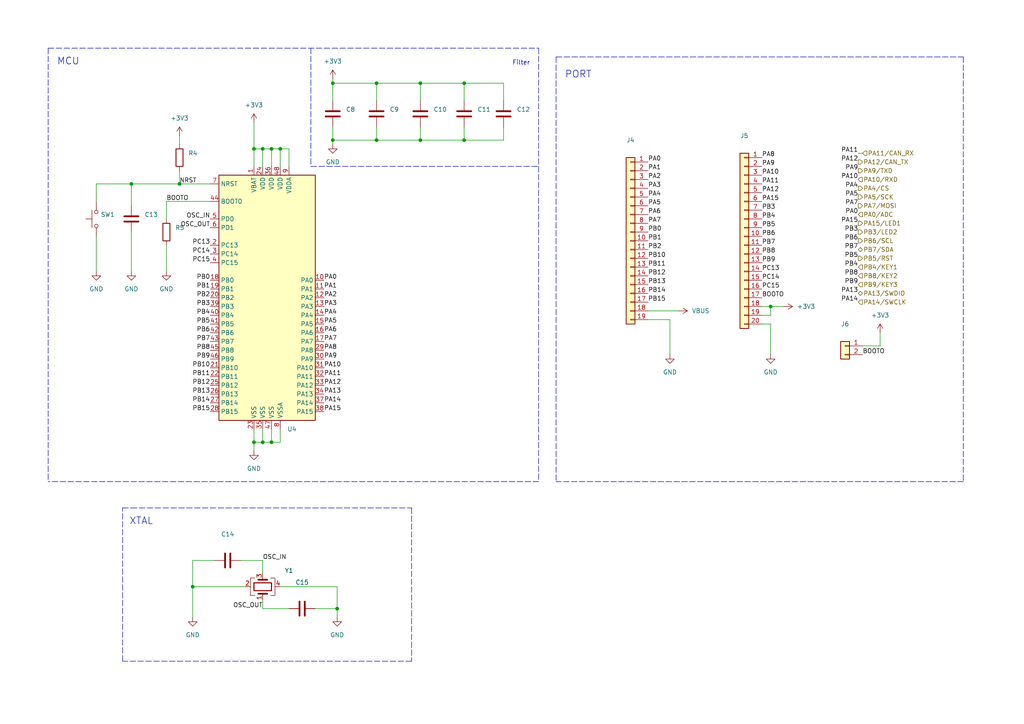
<source format=kicad_sch>
(kicad_sch (version 20211123) (generator eeschema)

  (uuid 01873668-f6e7-4007-94f9-3a5d38340f89)

  (paper "A4")

  (lib_symbols
    (symbol "Connector_Generic:Conn_01x02" (pin_names (offset 1.016) hide) (in_bom yes) (on_board yes)
      (property "Reference" "J" (id 0) (at 0 2.54 0)
        (effects (font (size 1.27 1.27)))
      )
      (property "Value" "Conn_01x02" (id 1) (at 0 -5.08 0)
        (effects (font (size 1.27 1.27)))
      )
      (property "Footprint" "" (id 2) (at 0 0 0)
        (effects (font (size 1.27 1.27)) hide)
      )
      (property "Datasheet" "~" (id 3) (at 0 0 0)
        (effects (font (size 1.27 1.27)) hide)
      )
      (property "ki_keywords" "connector" (id 4) (at 0 0 0)
        (effects (font (size 1.27 1.27)) hide)
      )
      (property "ki_description" "Generic connector, single row, 01x02, script generated (kicad-library-utils/schlib/autogen/connector/)" (id 5) (at 0 0 0)
        (effects (font (size 1.27 1.27)) hide)
      )
      (property "ki_fp_filters" "Connector*:*_1x??_*" (id 6) (at 0 0 0)
        (effects (font (size 1.27 1.27)) hide)
      )
      (symbol "Conn_01x02_1_1"
        (rectangle (start -1.27 -2.413) (end 0 -2.667)
          (stroke (width 0.1524) (type default) (color 0 0 0 0))
          (fill (type none))
        )
        (rectangle (start -1.27 0.127) (end 0 -0.127)
          (stroke (width 0.1524) (type default) (color 0 0 0 0))
          (fill (type none))
        )
        (rectangle (start -1.27 1.27) (end 1.27 -3.81)
          (stroke (width 0.254) (type default) (color 0 0 0 0))
          (fill (type background))
        )
        (pin passive line (at -5.08 0 0) (length 3.81)
          (name "Pin_1" (effects (font (size 1.27 1.27))))
          (number "1" (effects (font (size 1.27 1.27))))
        )
        (pin passive line (at -5.08 -2.54 0) (length 3.81)
          (name "Pin_2" (effects (font (size 1.27 1.27))))
          (number "2" (effects (font (size 1.27 1.27))))
        )
      )
    )
    (symbol "Connector_Generic:Conn_01x19" (pin_names (offset 1.016) hide) (in_bom yes) (on_board yes)
      (property "Reference" "J" (id 0) (at 0 25.4 0)
        (effects (font (size 1.27 1.27)))
      )
      (property "Value" "Conn_01x19" (id 1) (at 0 -25.4 0)
        (effects (font (size 1.27 1.27)))
      )
      (property "Footprint" "" (id 2) (at 0 0 0)
        (effects (font (size 1.27 1.27)) hide)
      )
      (property "Datasheet" "~" (id 3) (at 0 0 0)
        (effects (font (size 1.27 1.27)) hide)
      )
      (property "ki_keywords" "connector" (id 4) (at 0 0 0)
        (effects (font (size 1.27 1.27)) hide)
      )
      (property "ki_description" "Generic connector, single row, 01x19, script generated (kicad-library-utils/schlib/autogen/connector/)" (id 5) (at 0 0 0)
        (effects (font (size 1.27 1.27)) hide)
      )
      (property "ki_fp_filters" "Connector*:*_1x??_*" (id 6) (at 0 0 0)
        (effects (font (size 1.27 1.27)) hide)
      )
      (symbol "Conn_01x19_1_1"
        (rectangle (start -1.27 -22.733) (end 0 -22.987)
          (stroke (width 0.1524) (type default) (color 0 0 0 0))
          (fill (type none))
        )
        (rectangle (start -1.27 -20.193) (end 0 -20.447)
          (stroke (width 0.1524) (type default) (color 0 0 0 0))
          (fill (type none))
        )
        (rectangle (start -1.27 -17.653) (end 0 -17.907)
          (stroke (width 0.1524) (type default) (color 0 0 0 0))
          (fill (type none))
        )
        (rectangle (start -1.27 -15.113) (end 0 -15.367)
          (stroke (width 0.1524) (type default) (color 0 0 0 0))
          (fill (type none))
        )
        (rectangle (start -1.27 -12.573) (end 0 -12.827)
          (stroke (width 0.1524) (type default) (color 0 0 0 0))
          (fill (type none))
        )
        (rectangle (start -1.27 -10.033) (end 0 -10.287)
          (stroke (width 0.1524) (type default) (color 0 0 0 0))
          (fill (type none))
        )
        (rectangle (start -1.27 -7.493) (end 0 -7.747)
          (stroke (width 0.1524) (type default) (color 0 0 0 0))
          (fill (type none))
        )
        (rectangle (start -1.27 -4.953) (end 0 -5.207)
          (stroke (width 0.1524) (type default) (color 0 0 0 0))
          (fill (type none))
        )
        (rectangle (start -1.27 -2.413) (end 0 -2.667)
          (stroke (width 0.1524) (type default) (color 0 0 0 0))
          (fill (type none))
        )
        (rectangle (start -1.27 0.127) (end 0 -0.127)
          (stroke (width 0.1524) (type default) (color 0 0 0 0))
          (fill (type none))
        )
        (rectangle (start -1.27 2.667) (end 0 2.413)
          (stroke (width 0.1524) (type default) (color 0 0 0 0))
          (fill (type none))
        )
        (rectangle (start -1.27 5.207) (end 0 4.953)
          (stroke (width 0.1524) (type default) (color 0 0 0 0))
          (fill (type none))
        )
        (rectangle (start -1.27 7.747) (end 0 7.493)
          (stroke (width 0.1524) (type default) (color 0 0 0 0))
          (fill (type none))
        )
        (rectangle (start -1.27 10.287) (end 0 10.033)
          (stroke (width 0.1524) (type default) (color 0 0 0 0))
          (fill (type none))
        )
        (rectangle (start -1.27 12.827) (end 0 12.573)
          (stroke (width 0.1524) (type default) (color 0 0 0 0))
          (fill (type none))
        )
        (rectangle (start -1.27 15.367) (end 0 15.113)
          (stroke (width 0.1524) (type default) (color 0 0 0 0))
          (fill (type none))
        )
        (rectangle (start -1.27 17.907) (end 0 17.653)
          (stroke (width 0.1524) (type default) (color 0 0 0 0))
          (fill (type none))
        )
        (rectangle (start -1.27 20.447) (end 0 20.193)
          (stroke (width 0.1524) (type default) (color 0 0 0 0))
          (fill (type none))
        )
        (rectangle (start -1.27 22.987) (end 0 22.733)
          (stroke (width 0.1524) (type default) (color 0 0 0 0))
          (fill (type none))
        )
        (rectangle (start -1.27 24.13) (end 1.27 -24.13)
          (stroke (width 0.254) (type default) (color 0 0 0 0))
          (fill (type background))
        )
        (pin passive line (at -5.08 22.86 0) (length 3.81)
          (name "Pin_1" (effects (font (size 1.27 1.27))))
          (number "1" (effects (font (size 1.27 1.27))))
        )
        (pin passive line (at -5.08 0 0) (length 3.81)
          (name "Pin_10" (effects (font (size 1.27 1.27))))
          (number "10" (effects (font (size 1.27 1.27))))
        )
        (pin passive line (at -5.08 -2.54 0) (length 3.81)
          (name "Pin_11" (effects (font (size 1.27 1.27))))
          (number "11" (effects (font (size 1.27 1.27))))
        )
        (pin passive line (at -5.08 -5.08 0) (length 3.81)
          (name "Pin_12" (effects (font (size 1.27 1.27))))
          (number "12" (effects (font (size 1.27 1.27))))
        )
        (pin passive line (at -5.08 -7.62 0) (length 3.81)
          (name "Pin_13" (effects (font (size 1.27 1.27))))
          (number "13" (effects (font (size 1.27 1.27))))
        )
        (pin passive line (at -5.08 -10.16 0) (length 3.81)
          (name "Pin_14" (effects (font (size 1.27 1.27))))
          (number "14" (effects (font (size 1.27 1.27))))
        )
        (pin passive line (at -5.08 -12.7 0) (length 3.81)
          (name "Pin_15" (effects (font (size 1.27 1.27))))
          (number "15" (effects (font (size 1.27 1.27))))
        )
        (pin passive line (at -5.08 -15.24 0) (length 3.81)
          (name "Pin_16" (effects (font (size 1.27 1.27))))
          (number "16" (effects (font (size 1.27 1.27))))
        )
        (pin passive line (at -5.08 -17.78 0) (length 3.81)
          (name "Pin_17" (effects (font (size 1.27 1.27))))
          (number "17" (effects (font (size 1.27 1.27))))
        )
        (pin passive line (at -5.08 -20.32 0) (length 3.81)
          (name "Pin_18" (effects (font (size 1.27 1.27))))
          (number "18" (effects (font (size 1.27 1.27))))
        )
        (pin passive line (at -5.08 -22.86 0) (length 3.81)
          (name "Pin_19" (effects (font (size 1.27 1.27))))
          (number "19" (effects (font (size 1.27 1.27))))
        )
        (pin passive line (at -5.08 20.32 0) (length 3.81)
          (name "Pin_2" (effects (font (size 1.27 1.27))))
          (number "2" (effects (font (size 1.27 1.27))))
        )
        (pin passive line (at -5.08 17.78 0) (length 3.81)
          (name "Pin_3" (effects (font (size 1.27 1.27))))
          (number "3" (effects (font (size 1.27 1.27))))
        )
        (pin passive line (at -5.08 15.24 0) (length 3.81)
          (name "Pin_4" (effects (font (size 1.27 1.27))))
          (number "4" (effects (font (size 1.27 1.27))))
        )
        (pin passive line (at -5.08 12.7 0) (length 3.81)
          (name "Pin_5" (effects (font (size 1.27 1.27))))
          (number "5" (effects (font (size 1.27 1.27))))
        )
        (pin passive line (at -5.08 10.16 0) (length 3.81)
          (name "Pin_6" (effects (font (size 1.27 1.27))))
          (number "6" (effects (font (size 1.27 1.27))))
        )
        (pin passive line (at -5.08 7.62 0) (length 3.81)
          (name "Pin_7" (effects (font (size 1.27 1.27))))
          (number "7" (effects (font (size 1.27 1.27))))
        )
        (pin passive line (at -5.08 5.08 0) (length 3.81)
          (name "Pin_8" (effects (font (size 1.27 1.27))))
          (number "8" (effects (font (size 1.27 1.27))))
        )
        (pin passive line (at -5.08 2.54 0) (length 3.81)
          (name "Pin_9" (effects (font (size 1.27 1.27))))
          (number "9" (effects (font (size 1.27 1.27))))
        )
      )
    )
    (symbol "Connector_Generic:Conn_01x20" (pin_names (offset 1.016) hide) (in_bom yes) (on_board yes)
      (property "Reference" "J" (id 0) (at 0 25.4 0)
        (effects (font (size 1.27 1.27)))
      )
      (property "Value" "Conn_01x20" (id 1) (at 0 -27.94 0)
        (effects (font (size 1.27 1.27)))
      )
      (property "Footprint" "" (id 2) (at 0 0 0)
        (effects (font (size 1.27 1.27)) hide)
      )
      (property "Datasheet" "~" (id 3) (at 0 0 0)
        (effects (font (size 1.27 1.27)) hide)
      )
      (property "ki_keywords" "connector" (id 4) (at 0 0 0)
        (effects (font (size 1.27 1.27)) hide)
      )
      (property "ki_description" "Generic connector, single row, 01x20, script generated (kicad-library-utils/schlib/autogen/connector/)" (id 5) (at 0 0 0)
        (effects (font (size 1.27 1.27)) hide)
      )
      (property "ki_fp_filters" "Connector*:*_1x??_*" (id 6) (at 0 0 0)
        (effects (font (size 1.27 1.27)) hide)
      )
      (symbol "Conn_01x20_1_1"
        (rectangle (start -1.27 -25.273) (end 0 -25.527)
          (stroke (width 0.1524) (type default) (color 0 0 0 0))
          (fill (type none))
        )
        (rectangle (start -1.27 -22.733) (end 0 -22.987)
          (stroke (width 0.1524) (type default) (color 0 0 0 0))
          (fill (type none))
        )
        (rectangle (start -1.27 -20.193) (end 0 -20.447)
          (stroke (width 0.1524) (type default) (color 0 0 0 0))
          (fill (type none))
        )
        (rectangle (start -1.27 -17.653) (end 0 -17.907)
          (stroke (width 0.1524) (type default) (color 0 0 0 0))
          (fill (type none))
        )
        (rectangle (start -1.27 -15.113) (end 0 -15.367)
          (stroke (width 0.1524) (type default) (color 0 0 0 0))
          (fill (type none))
        )
        (rectangle (start -1.27 -12.573) (end 0 -12.827)
          (stroke (width 0.1524) (type default) (color 0 0 0 0))
          (fill (type none))
        )
        (rectangle (start -1.27 -10.033) (end 0 -10.287)
          (stroke (width 0.1524) (type default) (color 0 0 0 0))
          (fill (type none))
        )
        (rectangle (start -1.27 -7.493) (end 0 -7.747)
          (stroke (width 0.1524) (type default) (color 0 0 0 0))
          (fill (type none))
        )
        (rectangle (start -1.27 -4.953) (end 0 -5.207)
          (stroke (width 0.1524) (type default) (color 0 0 0 0))
          (fill (type none))
        )
        (rectangle (start -1.27 -2.413) (end 0 -2.667)
          (stroke (width 0.1524) (type default) (color 0 0 0 0))
          (fill (type none))
        )
        (rectangle (start -1.27 0.127) (end 0 -0.127)
          (stroke (width 0.1524) (type default) (color 0 0 0 0))
          (fill (type none))
        )
        (rectangle (start -1.27 2.667) (end 0 2.413)
          (stroke (width 0.1524) (type default) (color 0 0 0 0))
          (fill (type none))
        )
        (rectangle (start -1.27 5.207) (end 0 4.953)
          (stroke (width 0.1524) (type default) (color 0 0 0 0))
          (fill (type none))
        )
        (rectangle (start -1.27 7.747) (end 0 7.493)
          (stroke (width 0.1524) (type default) (color 0 0 0 0))
          (fill (type none))
        )
        (rectangle (start -1.27 10.287) (end 0 10.033)
          (stroke (width 0.1524) (type default) (color 0 0 0 0))
          (fill (type none))
        )
        (rectangle (start -1.27 12.827) (end 0 12.573)
          (stroke (width 0.1524) (type default) (color 0 0 0 0))
          (fill (type none))
        )
        (rectangle (start -1.27 15.367) (end 0 15.113)
          (stroke (width 0.1524) (type default) (color 0 0 0 0))
          (fill (type none))
        )
        (rectangle (start -1.27 17.907) (end 0 17.653)
          (stroke (width 0.1524) (type default) (color 0 0 0 0))
          (fill (type none))
        )
        (rectangle (start -1.27 20.447) (end 0 20.193)
          (stroke (width 0.1524) (type default) (color 0 0 0 0))
          (fill (type none))
        )
        (rectangle (start -1.27 22.987) (end 0 22.733)
          (stroke (width 0.1524) (type default) (color 0 0 0 0))
          (fill (type none))
        )
        (rectangle (start -1.27 24.13) (end 1.27 -26.67)
          (stroke (width 0.254) (type default) (color 0 0 0 0))
          (fill (type background))
        )
        (pin passive line (at -5.08 22.86 0) (length 3.81)
          (name "Pin_1" (effects (font (size 1.27 1.27))))
          (number "1" (effects (font (size 1.27 1.27))))
        )
        (pin passive line (at -5.08 0 0) (length 3.81)
          (name "Pin_10" (effects (font (size 1.27 1.27))))
          (number "10" (effects (font (size 1.27 1.27))))
        )
        (pin passive line (at -5.08 -2.54 0) (length 3.81)
          (name "Pin_11" (effects (font (size 1.27 1.27))))
          (number "11" (effects (font (size 1.27 1.27))))
        )
        (pin passive line (at -5.08 -5.08 0) (length 3.81)
          (name "Pin_12" (effects (font (size 1.27 1.27))))
          (number "12" (effects (font (size 1.27 1.27))))
        )
        (pin passive line (at -5.08 -7.62 0) (length 3.81)
          (name "Pin_13" (effects (font (size 1.27 1.27))))
          (number "13" (effects (font (size 1.27 1.27))))
        )
        (pin passive line (at -5.08 -10.16 0) (length 3.81)
          (name "Pin_14" (effects (font (size 1.27 1.27))))
          (number "14" (effects (font (size 1.27 1.27))))
        )
        (pin passive line (at -5.08 -12.7 0) (length 3.81)
          (name "Pin_15" (effects (font (size 1.27 1.27))))
          (number "15" (effects (font (size 1.27 1.27))))
        )
        (pin passive line (at -5.08 -15.24 0) (length 3.81)
          (name "Pin_16" (effects (font (size 1.27 1.27))))
          (number "16" (effects (font (size 1.27 1.27))))
        )
        (pin passive line (at -5.08 -17.78 0) (length 3.81)
          (name "Pin_17" (effects (font (size 1.27 1.27))))
          (number "17" (effects (font (size 1.27 1.27))))
        )
        (pin passive line (at -5.08 -20.32 0) (length 3.81)
          (name "Pin_18" (effects (font (size 1.27 1.27))))
          (number "18" (effects (font (size 1.27 1.27))))
        )
        (pin passive line (at -5.08 -22.86 0) (length 3.81)
          (name "Pin_19" (effects (font (size 1.27 1.27))))
          (number "19" (effects (font (size 1.27 1.27))))
        )
        (pin passive line (at -5.08 20.32 0) (length 3.81)
          (name "Pin_2" (effects (font (size 1.27 1.27))))
          (number "2" (effects (font (size 1.27 1.27))))
        )
        (pin passive line (at -5.08 -25.4 0) (length 3.81)
          (name "Pin_20" (effects (font (size 1.27 1.27))))
          (number "20" (effects (font (size 1.27 1.27))))
        )
        (pin passive line (at -5.08 17.78 0) (length 3.81)
          (name "Pin_3" (effects (font (size 1.27 1.27))))
          (number "3" (effects (font (size 1.27 1.27))))
        )
        (pin passive line (at -5.08 15.24 0) (length 3.81)
          (name "Pin_4" (effects (font (size 1.27 1.27))))
          (number "4" (effects (font (size 1.27 1.27))))
        )
        (pin passive line (at -5.08 12.7 0) (length 3.81)
          (name "Pin_5" (effects (font (size 1.27 1.27))))
          (number "5" (effects (font (size 1.27 1.27))))
        )
        (pin passive line (at -5.08 10.16 0) (length 3.81)
          (name "Pin_6" (effects (font (size 1.27 1.27))))
          (number "6" (effects (font (size 1.27 1.27))))
        )
        (pin passive line (at -5.08 7.62 0) (length 3.81)
          (name "Pin_7" (effects (font (size 1.27 1.27))))
          (number "7" (effects (font (size 1.27 1.27))))
        )
        (pin passive line (at -5.08 5.08 0) (length 3.81)
          (name "Pin_8" (effects (font (size 1.27 1.27))))
          (number "8" (effects (font (size 1.27 1.27))))
        )
        (pin passive line (at -5.08 2.54 0) (length 3.81)
          (name "Pin_9" (effects (font (size 1.27 1.27))))
          (number "9" (effects (font (size 1.27 1.27))))
        )
      )
    )
    (symbol "Device:C" (pin_numbers hide) (pin_names (offset 0.254)) (in_bom yes) (on_board yes)
      (property "Reference" "C" (id 0) (at 0.635 2.54 0)
        (effects (font (size 1.27 1.27)) (justify left))
      )
      (property "Value" "C" (id 1) (at 0.635 -2.54 0)
        (effects (font (size 1.27 1.27)) (justify left))
      )
      (property "Footprint" "" (id 2) (at 0.9652 -3.81 0)
        (effects (font (size 1.27 1.27)) hide)
      )
      (property "Datasheet" "~" (id 3) (at 0 0 0)
        (effects (font (size 1.27 1.27)) hide)
      )
      (property "ki_keywords" "cap capacitor" (id 4) (at 0 0 0)
        (effects (font (size 1.27 1.27)) hide)
      )
      (property "ki_description" "Unpolarized capacitor" (id 5) (at 0 0 0)
        (effects (font (size 1.27 1.27)) hide)
      )
      (property "ki_fp_filters" "C_*" (id 6) (at 0 0 0)
        (effects (font (size 1.27 1.27)) hide)
      )
      (symbol "C_0_1"
        (polyline
          (pts
            (xy -2.032 -0.762)
            (xy 2.032 -0.762)
          )
          (stroke (width 0.508) (type default) (color 0 0 0 0))
          (fill (type none))
        )
        (polyline
          (pts
            (xy -2.032 0.762)
            (xy 2.032 0.762)
          )
          (stroke (width 0.508) (type default) (color 0 0 0 0))
          (fill (type none))
        )
      )
      (symbol "C_1_1"
        (pin passive line (at 0 3.81 270) (length 2.794)
          (name "~" (effects (font (size 1.27 1.27))))
          (number "1" (effects (font (size 1.27 1.27))))
        )
        (pin passive line (at 0 -3.81 90) (length 2.794)
          (name "~" (effects (font (size 1.27 1.27))))
          (number "2" (effects (font (size 1.27 1.27))))
        )
      )
    )
    (symbol "Device:Crystal_GND24" (pin_names (offset 1.016) hide) (in_bom yes) (on_board yes)
      (property "Reference" "Y" (id 0) (at 3.175 5.08 0)
        (effects (font (size 1.27 1.27)) (justify left))
      )
      (property "Value" "Crystal_GND24" (id 1) (at 3.175 3.175 0)
        (effects (font (size 1.27 1.27)) (justify left))
      )
      (property "Footprint" "" (id 2) (at 0 0 0)
        (effects (font (size 1.27 1.27)) hide)
      )
      (property "Datasheet" "~" (id 3) (at 0 0 0)
        (effects (font (size 1.27 1.27)) hide)
      )
      (property "ki_keywords" "quartz ceramic resonator oscillator" (id 4) (at 0 0 0)
        (effects (font (size 1.27 1.27)) hide)
      )
      (property "ki_description" "Four pin crystal, GND on pins 2 and 4" (id 5) (at 0 0 0)
        (effects (font (size 1.27 1.27)) hide)
      )
      (property "ki_fp_filters" "Crystal*" (id 6) (at 0 0 0)
        (effects (font (size 1.27 1.27)) hide)
      )
      (symbol "Crystal_GND24_0_1"
        (rectangle (start -1.143 2.54) (end 1.143 -2.54)
          (stroke (width 0.3048) (type default) (color 0 0 0 0))
          (fill (type none))
        )
        (polyline
          (pts
            (xy -2.54 0)
            (xy -2.032 0)
          )
          (stroke (width 0) (type default) (color 0 0 0 0))
          (fill (type none))
        )
        (polyline
          (pts
            (xy -2.032 -1.27)
            (xy -2.032 1.27)
          )
          (stroke (width 0.508) (type default) (color 0 0 0 0))
          (fill (type none))
        )
        (polyline
          (pts
            (xy 0 -3.81)
            (xy 0 -3.556)
          )
          (stroke (width 0) (type default) (color 0 0 0 0))
          (fill (type none))
        )
        (polyline
          (pts
            (xy 0 3.556)
            (xy 0 3.81)
          )
          (stroke (width 0) (type default) (color 0 0 0 0))
          (fill (type none))
        )
        (polyline
          (pts
            (xy 2.032 -1.27)
            (xy 2.032 1.27)
          )
          (stroke (width 0.508) (type default) (color 0 0 0 0))
          (fill (type none))
        )
        (polyline
          (pts
            (xy 2.032 0)
            (xy 2.54 0)
          )
          (stroke (width 0) (type default) (color 0 0 0 0))
          (fill (type none))
        )
        (polyline
          (pts
            (xy -2.54 -2.286)
            (xy -2.54 -3.556)
            (xy 2.54 -3.556)
            (xy 2.54 -2.286)
          )
          (stroke (width 0) (type default) (color 0 0 0 0))
          (fill (type none))
        )
        (polyline
          (pts
            (xy -2.54 2.286)
            (xy -2.54 3.556)
            (xy 2.54 3.556)
            (xy 2.54 2.286)
          )
          (stroke (width 0) (type default) (color 0 0 0 0))
          (fill (type none))
        )
      )
      (symbol "Crystal_GND24_1_1"
        (pin passive line (at -3.81 0 0) (length 1.27)
          (name "1" (effects (font (size 1.27 1.27))))
          (number "1" (effects (font (size 1.27 1.27))))
        )
        (pin passive line (at 0 5.08 270) (length 1.27)
          (name "2" (effects (font (size 1.27 1.27))))
          (number "2" (effects (font (size 1.27 1.27))))
        )
        (pin passive line (at 3.81 0 180) (length 1.27)
          (name "3" (effects (font (size 1.27 1.27))))
          (number "3" (effects (font (size 1.27 1.27))))
        )
        (pin passive line (at 0 -5.08 90) (length 1.27)
          (name "4" (effects (font (size 1.27 1.27))))
          (number "4" (effects (font (size 1.27 1.27))))
        )
      )
    )
    (symbol "Device:R" (pin_numbers hide) (pin_names (offset 0)) (in_bom yes) (on_board yes)
      (property "Reference" "R" (id 0) (at 2.032 0 90)
        (effects (font (size 1.27 1.27)))
      )
      (property "Value" "R" (id 1) (at 0 0 90)
        (effects (font (size 1.27 1.27)))
      )
      (property "Footprint" "" (id 2) (at -1.778 0 90)
        (effects (font (size 1.27 1.27)) hide)
      )
      (property "Datasheet" "~" (id 3) (at 0 0 0)
        (effects (font (size 1.27 1.27)) hide)
      )
      (property "ki_keywords" "R res resistor" (id 4) (at 0 0 0)
        (effects (font (size 1.27 1.27)) hide)
      )
      (property "ki_description" "Resistor" (id 5) (at 0 0 0)
        (effects (font (size 1.27 1.27)) hide)
      )
      (property "ki_fp_filters" "R_*" (id 6) (at 0 0 0)
        (effects (font (size 1.27 1.27)) hide)
      )
      (symbol "R_0_1"
        (rectangle (start -1.016 -2.54) (end 1.016 2.54)
          (stroke (width 0.254) (type default) (color 0 0 0 0))
          (fill (type none))
        )
      )
      (symbol "R_1_1"
        (pin passive line (at 0 3.81 270) (length 1.27)
          (name "~" (effects (font (size 1.27 1.27))))
          (number "1" (effects (font (size 1.27 1.27))))
        )
        (pin passive line (at 0 -3.81 90) (length 1.27)
          (name "~" (effects (font (size 1.27 1.27))))
          (number "2" (effects (font (size 1.27 1.27))))
        )
      )
    )
    (symbol "MCU_ST_STM32F1:STM32F103C8Tx" (in_bom yes) (on_board yes)
      (property "Reference" "U" (id 0) (at -15.24 36.83 0)
        (effects (font (size 1.27 1.27)) (justify left))
      )
      (property "Value" "STM32F103C8Tx" (id 1) (at 7.62 36.83 0)
        (effects (font (size 1.27 1.27)) (justify left))
      )
      (property "Footprint" "Package_QFP:LQFP-48_7x7mm_P0.5mm" (id 2) (at -15.24 -35.56 0)
        (effects (font (size 1.27 1.27)) (justify right) hide)
      )
      (property "Datasheet" "http://www.st.com/st-web-ui/static/active/en/resource/technical/document/datasheet/CD00161566.pdf" (id 3) (at 0 0 0)
        (effects (font (size 1.27 1.27)) hide)
      )
      (property "ki_keywords" "ARM Cortex-M3 STM32F1 STM32F103" (id 4) (at 0 0 0)
        (effects (font (size 1.27 1.27)) hide)
      )
      (property "ki_description" "ARM Cortex-M3 MCU, 64KB flash, 20KB RAM, 72MHz, 2-3.6V, 37 GPIO, LQFP-48" (id 5) (at 0 0 0)
        (effects (font (size 1.27 1.27)) hide)
      )
      (property "ki_fp_filters" "LQFP*7x7mm*P0.5mm*" (id 6) (at 0 0 0)
        (effects (font (size 1.27 1.27)) hide)
      )
      (symbol "STM32F103C8Tx_0_1"
        (rectangle (start -15.24 -35.56) (end 12.7 35.56)
          (stroke (width 0.254) (type default) (color 0 0 0 0))
          (fill (type background))
        )
      )
      (symbol "STM32F103C8Tx_1_1"
        (pin power_in line (at -5.08 38.1 270) (length 2.54)
          (name "VBAT" (effects (font (size 1.27 1.27))))
          (number "1" (effects (font (size 1.27 1.27))))
        )
        (pin bidirectional line (at 15.24 5.08 180) (length 2.54)
          (name "PA0" (effects (font (size 1.27 1.27))))
          (number "10" (effects (font (size 1.27 1.27))))
        )
        (pin bidirectional line (at 15.24 2.54 180) (length 2.54)
          (name "PA1" (effects (font (size 1.27 1.27))))
          (number "11" (effects (font (size 1.27 1.27))))
        )
        (pin bidirectional line (at 15.24 0 180) (length 2.54)
          (name "PA2" (effects (font (size 1.27 1.27))))
          (number "12" (effects (font (size 1.27 1.27))))
        )
        (pin bidirectional line (at 15.24 -2.54 180) (length 2.54)
          (name "PA3" (effects (font (size 1.27 1.27))))
          (number "13" (effects (font (size 1.27 1.27))))
        )
        (pin bidirectional line (at 15.24 -5.08 180) (length 2.54)
          (name "PA4" (effects (font (size 1.27 1.27))))
          (number "14" (effects (font (size 1.27 1.27))))
        )
        (pin bidirectional line (at 15.24 -7.62 180) (length 2.54)
          (name "PA5" (effects (font (size 1.27 1.27))))
          (number "15" (effects (font (size 1.27 1.27))))
        )
        (pin bidirectional line (at 15.24 -10.16 180) (length 2.54)
          (name "PA6" (effects (font (size 1.27 1.27))))
          (number "16" (effects (font (size 1.27 1.27))))
        )
        (pin bidirectional line (at 15.24 -12.7 180) (length 2.54)
          (name "PA7" (effects (font (size 1.27 1.27))))
          (number "17" (effects (font (size 1.27 1.27))))
        )
        (pin bidirectional line (at -17.78 5.08 0) (length 2.54)
          (name "PB0" (effects (font (size 1.27 1.27))))
          (number "18" (effects (font (size 1.27 1.27))))
        )
        (pin bidirectional line (at -17.78 2.54 0) (length 2.54)
          (name "PB1" (effects (font (size 1.27 1.27))))
          (number "19" (effects (font (size 1.27 1.27))))
        )
        (pin bidirectional line (at -17.78 15.24 0) (length 2.54)
          (name "PC13" (effects (font (size 1.27 1.27))))
          (number "2" (effects (font (size 1.27 1.27))))
        )
        (pin bidirectional line (at -17.78 0 0) (length 2.54)
          (name "PB2" (effects (font (size 1.27 1.27))))
          (number "20" (effects (font (size 1.27 1.27))))
        )
        (pin bidirectional line (at -17.78 -20.32 0) (length 2.54)
          (name "PB10" (effects (font (size 1.27 1.27))))
          (number "21" (effects (font (size 1.27 1.27))))
        )
        (pin bidirectional line (at -17.78 -22.86 0) (length 2.54)
          (name "PB11" (effects (font (size 1.27 1.27))))
          (number "22" (effects (font (size 1.27 1.27))))
        )
        (pin power_in line (at -5.08 -38.1 90) (length 2.54)
          (name "VSS" (effects (font (size 1.27 1.27))))
          (number "23" (effects (font (size 1.27 1.27))))
        )
        (pin power_in line (at -2.54 38.1 270) (length 2.54)
          (name "VDD" (effects (font (size 1.27 1.27))))
          (number "24" (effects (font (size 1.27 1.27))))
        )
        (pin bidirectional line (at -17.78 -25.4 0) (length 2.54)
          (name "PB12" (effects (font (size 1.27 1.27))))
          (number "25" (effects (font (size 1.27 1.27))))
        )
        (pin bidirectional line (at -17.78 -27.94 0) (length 2.54)
          (name "PB13" (effects (font (size 1.27 1.27))))
          (number "26" (effects (font (size 1.27 1.27))))
        )
        (pin bidirectional line (at -17.78 -30.48 0) (length 2.54)
          (name "PB14" (effects (font (size 1.27 1.27))))
          (number "27" (effects (font (size 1.27 1.27))))
        )
        (pin bidirectional line (at -17.78 -33.02 0) (length 2.54)
          (name "PB15" (effects (font (size 1.27 1.27))))
          (number "28" (effects (font (size 1.27 1.27))))
        )
        (pin bidirectional line (at 15.24 -15.24 180) (length 2.54)
          (name "PA8" (effects (font (size 1.27 1.27))))
          (number "29" (effects (font (size 1.27 1.27))))
        )
        (pin bidirectional line (at -17.78 12.7 0) (length 2.54)
          (name "PC14" (effects (font (size 1.27 1.27))))
          (number "3" (effects (font (size 1.27 1.27))))
        )
        (pin bidirectional line (at 15.24 -17.78 180) (length 2.54)
          (name "PA9" (effects (font (size 1.27 1.27))))
          (number "30" (effects (font (size 1.27 1.27))))
        )
        (pin bidirectional line (at 15.24 -20.32 180) (length 2.54)
          (name "PA10" (effects (font (size 1.27 1.27))))
          (number "31" (effects (font (size 1.27 1.27))))
        )
        (pin bidirectional line (at 15.24 -22.86 180) (length 2.54)
          (name "PA11" (effects (font (size 1.27 1.27))))
          (number "32" (effects (font (size 1.27 1.27))))
        )
        (pin bidirectional line (at 15.24 -25.4 180) (length 2.54)
          (name "PA12" (effects (font (size 1.27 1.27))))
          (number "33" (effects (font (size 1.27 1.27))))
        )
        (pin bidirectional line (at 15.24 -27.94 180) (length 2.54)
          (name "PA13" (effects (font (size 1.27 1.27))))
          (number "34" (effects (font (size 1.27 1.27))))
        )
        (pin power_in line (at -2.54 -38.1 90) (length 2.54)
          (name "VSS" (effects (font (size 1.27 1.27))))
          (number "35" (effects (font (size 1.27 1.27))))
        )
        (pin power_in line (at 0 38.1 270) (length 2.54)
          (name "VDD" (effects (font (size 1.27 1.27))))
          (number "36" (effects (font (size 1.27 1.27))))
        )
        (pin bidirectional line (at 15.24 -30.48 180) (length 2.54)
          (name "PA14" (effects (font (size 1.27 1.27))))
          (number "37" (effects (font (size 1.27 1.27))))
        )
        (pin bidirectional line (at 15.24 -33.02 180) (length 2.54)
          (name "PA15" (effects (font (size 1.27 1.27))))
          (number "38" (effects (font (size 1.27 1.27))))
        )
        (pin bidirectional line (at -17.78 -2.54 0) (length 2.54)
          (name "PB3" (effects (font (size 1.27 1.27))))
          (number "39" (effects (font (size 1.27 1.27))))
        )
        (pin bidirectional line (at -17.78 10.16 0) (length 2.54)
          (name "PC15" (effects (font (size 1.27 1.27))))
          (number "4" (effects (font (size 1.27 1.27))))
        )
        (pin bidirectional line (at -17.78 -5.08 0) (length 2.54)
          (name "PB4" (effects (font (size 1.27 1.27))))
          (number "40" (effects (font (size 1.27 1.27))))
        )
        (pin bidirectional line (at -17.78 -7.62 0) (length 2.54)
          (name "PB5" (effects (font (size 1.27 1.27))))
          (number "41" (effects (font (size 1.27 1.27))))
        )
        (pin bidirectional line (at -17.78 -10.16 0) (length 2.54)
          (name "PB6" (effects (font (size 1.27 1.27))))
          (number "42" (effects (font (size 1.27 1.27))))
        )
        (pin bidirectional line (at -17.78 -12.7 0) (length 2.54)
          (name "PB7" (effects (font (size 1.27 1.27))))
          (number "43" (effects (font (size 1.27 1.27))))
        )
        (pin input line (at -17.78 27.94 0) (length 2.54)
          (name "BOOT0" (effects (font (size 1.27 1.27))))
          (number "44" (effects (font (size 1.27 1.27))))
        )
        (pin bidirectional line (at -17.78 -15.24 0) (length 2.54)
          (name "PB8" (effects (font (size 1.27 1.27))))
          (number "45" (effects (font (size 1.27 1.27))))
        )
        (pin bidirectional line (at -17.78 -17.78 0) (length 2.54)
          (name "PB9" (effects (font (size 1.27 1.27))))
          (number "46" (effects (font (size 1.27 1.27))))
        )
        (pin power_in line (at 0 -38.1 90) (length 2.54)
          (name "VSS" (effects (font (size 1.27 1.27))))
          (number "47" (effects (font (size 1.27 1.27))))
        )
        (pin power_in line (at 2.54 38.1 270) (length 2.54)
          (name "VDD" (effects (font (size 1.27 1.27))))
          (number "48" (effects (font (size 1.27 1.27))))
        )
        (pin input line (at -17.78 22.86 0) (length 2.54)
          (name "PD0" (effects (font (size 1.27 1.27))))
          (number "5" (effects (font (size 1.27 1.27))))
        )
        (pin input line (at -17.78 20.32 0) (length 2.54)
          (name "PD1" (effects (font (size 1.27 1.27))))
          (number "6" (effects (font (size 1.27 1.27))))
        )
        (pin input line (at -17.78 33.02 0) (length 2.54)
          (name "NRST" (effects (font (size 1.27 1.27))))
          (number "7" (effects (font (size 1.27 1.27))))
        )
        (pin power_in line (at 2.54 -38.1 90) (length 2.54)
          (name "VSSA" (effects (font (size 1.27 1.27))))
          (number "8" (effects (font (size 1.27 1.27))))
        )
        (pin power_in line (at 5.08 38.1 270) (length 2.54)
          (name "VDDA" (effects (font (size 1.27 1.27))))
          (number "9" (effects (font (size 1.27 1.27))))
        )
      )
    )
    (symbol "Switch:SW_Push" (pin_numbers hide) (pin_names (offset 1.016) hide) (in_bom yes) (on_board yes)
      (property "Reference" "SW" (id 0) (at 1.27 2.54 0)
        (effects (font (size 1.27 1.27)) (justify left))
      )
      (property "Value" "SW_Push" (id 1) (at 0 -1.524 0)
        (effects (font (size 1.27 1.27)))
      )
      (property "Footprint" "" (id 2) (at 0 5.08 0)
        (effects (font (size 1.27 1.27)) hide)
      )
      (property "Datasheet" "~" (id 3) (at 0 5.08 0)
        (effects (font (size 1.27 1.27)) hide)
      )
      (property "ki_keywords" "switch normally-open pushbutton push-button" (id 4) (at 0 0 0)
        (effects (font (size 1.27 1.27)) hide)
      )
      (property "ki_description" "Push button switch, generic, two pins" (id 5) (at 0 0 0)
        (effects (font (size 1.27 1.27)) hide)
      )
      (symbol "SW_Push_0_1"
        (circle (center -2.032 0) (radius 0.508)
          (stroke (width 0) (type default) (color 0 0 0 0))
          (fill (type none))
        )
        (polyline
          (pts
            (xy 0 1.27)
            (xy 0 3.048)
          )
          (stroke (width 0) (type default) (color 0 0 0 0))
          (fill (type none))
        )
        (polyline
          (pts
            (xy 2.54 1.27)
            (xy -2.54 1.27)
          )
          (stroke (width 0) (type default) (color 0 0 0 0))
          (fill (type none))
        )
        (circle (center 2.032 0) (radius 0.508)
          (stroke (width 0) (type default) (color 0 0 0 0))
          (fill (type none))
        )
        (pin passive line (at -5.08 0 0) (length 2.54)
          (name "1" (effects (font (size 1.27 1.27))))
          (number "1" (effects (font (size 1.27 1.27))))
        )
        (pin passive line (at 5.08 0 180) (length 2.54)
          (name "2" (effects (font (size 1.27 1.27))))
          (number "2" (effects (font (size 1.27 1.27))))
        )
      )
    )
    (symbol "power:+3V3" (power) (pin_names (offset 0)) (in_bom yes) (on_board yes)
      (property "Reference" "#PWR" (id 0) (at 0 -3.81 0)
        (effects (font (size 1.27 1.27)) hide)
      )
      (property "Value" "+3V3" (id 1) (at 0 3.556 0)
        (effects (font (size 1.27 1.27)))
      )
      (property "Footprint" "" (id 2) (at 0 0 0)
        (effects (font (size 1.27 1.27)) hide)
      )
      (property "Datasheet" "" (id 3) (at 0 0 0)
        (effects (font (size 1.27 1.27)) hide)
      )
      (property "ki_keywords" "power-flag" (id 4) (at 0 0 0)
        (effects (font (size 1.27 1.27)) hide)
      )
      (property "ki_description" "Power symbol creates a global label with name \"+3V3\"" (id 5) (at 0 0 0)
        (effects (font (size 1.27 1.27)) hide)
      )
      (symbol "+3V3_0_1"
        (polyline
          (pts
            (xy -0.762 1.27)
            (xy 0 2.54)
          )
          (stroke (width 0) (type default) (color 0 0 0 0))
          (fill (type none))
        )
        (polyline
          (pts
            (xy 0 0)
            (xy 0 2.54)
          )
          (stroke (width 0) (type default) (color 0 0 0 0))
          (fill (type none))
        )
        (polyline
          (pts
            (xy 0 2.54)
            (xy 0.762 1.27)
          )
          (stroke (width 0) (type default) (color 0 0 0 0))
          (fill (type none))
        )
      )
      (symbol "+3V3_1_1"
        (pin power_in line (at 0 0 90) (length 0) hide
          (name "+3V3" (effects (font (size 1.27 1.27))))
          (number "1" (effects (font (size 1.27 1.27))))
        )
      )
    )
    (symbol "power:GND" (power) (pin_names (offset 0)) (in_bom yes) (on_board yes)
      (property "Reference" "#PWR" (id 0) (at 0 -6.35 0)
        (effects (font (size 1.27 1.27)) hide)
      )
      (property "Value" "GND" (id 1) (at 0 -3.81 0)
        (effects (font (size 1.27 1.27)))
      )
      (property "Footprint" "" (id 2) (at 0 0 0)
        (effects (font (size 1.27 1.27)) hide)
      )
      (property "Datasheet" "" (id 3) (at 0 0 0)
        (effects (font (size 1.27 1.27)) hide)
      )
      (property "ki_keywords" "power-flag" (id 4) (at 0 0 0)
        (effects (font (size 1.27 1.27)) hide)
      )
      (property "ki_description" "Power symbol creates a global label with name \"GND\" , ground" (id 5) (at 0 0 0)
        (effects (font (size 1.27 1.27)) hide)
      )
      (symbol "GND_0_1"
        (polyline
          (pts
            (xy 0 0)
            (xy 0 -1.27)
            (xy 1.27 -1.27)
            (xy 0 -2.54)
            (xy -1.27 -1.27)
            (xy 0 -1.27)
          )
          (stroke (width 0) (type default) (color 0 0 0 0))
          (fill (type none))
        )
      )
      (symbol "GND_1_1"
        (pin power_in line (at 0 0 270) (length 0) hide
          (name "GND" (effects (font (size 1.27 1.27))))
          (number "1" (effects (font (size 1.27 1.27))))
        )
      )
    )
    (symbol "power:VBUS" (power) (pin_names (offset 0)) (in_bom yes) (on_board yes)
      (property "Reference" "#PWR" (id 0) (at 0 -3.81 0)
        (effects (font (size 1.27 1.27)) hide)
      )
      (property "Value" "VBUS" (id 1) (at 0 3.81 0)
        (effects (font (size 1.27 1.27)))
      )
      (property "Footprint" "" (id 2) (at 0 0 0)
        (effects (font (size 1.27 1.27)) hide)
      )
      (property "Datasheet" "" (id 3) (at 0 0 0)
        (effects (font (size 1.27 1.27)) hide)
      )
      (property "ki_keywords" "power-flag" (id 4) (at 0 0 0)
        (effects (font (size 1.27 1.27)) hide)
      )
      (property "ki_description" "Power symbol creates a global label with name \"VBUS\"" (id 5) (at 0 0 0)
        (effects (font (size 1.27 1.27)) hide)
      )
      (symbol "VBUS_0_1"
        (polyline
          (pts
            (xy -0.762 1.27)
            (xy 0 2.54)
          )
          (stroke (width 0) (type default) (color 0 0 0 0))
          (fill (type none))
        )
        (polyline
          (pts
            (xy 0 0)
            (xy 0 2.54)
          )
          (stroke (width 0) (type default) (color 0 0 0 0))
          (fill (type none))
        )
        (polyline
          (pts
            (xy 0 2.54)
            (xy 0.762 1.27)
          )
          (stroke (width 0) (type default) (color 0 0 0 0))
          (fill (type none))
        )
      )
      (symbol "VBUS_1_1"
        (pin power_in line (at 0 0 90) (length 0) hide
          (name "VBUS" (effects (font (size 1.27 1.27))))
          (number "1" (effects (font (size 1.27 1.27))))
        )
      )
    )
  )

  (junction (at 109.22 40.64) (diameter 0) (color 0 0 0 0)
    (uuid 0590fc0a-a539-4f58-b0e1-b9e548788654)
  )
  (junction (at 134.62 24.13) (diameter 0) (color 0 0 0 0)
    (uuid 06380a53-7ce2-476e-b087-4899719c2c42)
  )
  (junction (at 78.74 128.27) (diameter 0) (color 0 0 0 0)
    (uuid 1f8546fd-221e-47b0-84b6-f92379a120ac)
  )
  (junction (at 121.92 24.13) (diameter 0) (color 0 0 0 0)
    (uuid 360b79d8-03a2-45ff-9546-70ad3c2acd12)
  )
  (junction (at 76.2 43.18) (diameter 0) (color 0 0 0 0)
    (uuid 484c6460-ea4c-4df3-9dec-24496eb43f12)
  )
  (junction (at 38.1 53.34) (diameter 0) (color 0 0 0 0)
    (uuid 4c3d07a1-1b4a-4df8-aaed-086001cee99f)
  )
  (junction (at 55.88 170.18) (diameter 0) (color 0 0 0 0)
    (uuid 525004f7-5c7e-435f-97fc-e3fb2410fd1a)
  )
  (junction (at 78.74 43.18) (diameter 0) (color 0 0 0 0)
    (uuid 5544a03c-b76a-4b9d-a92f-2db11cc749bb)
  )
  (junction (at 223.52 88.9) (diameter 0) (color 0 0 0 0)
    (uuid 584367d2-14d3-4b89-8046-f272d8f21292)
  )
  (junction (at 73.66 128.27) (diameter 0) (color 0 0 0 0)
    (uuid 5adbd57a-ebbb-4da7-94c6-f1e42ed47bbb)
  )
  (junction (at 97.79 176.53) (diameter 0) (color 0 0 0 0)
    (uuid 64df21f6-34ed-4895-9816-d86ee0531e04)
  )
  (junction (at 121.92 40.64) (diameter 0) (color 0 0 0 0)
    (uuid 7343518c-d317-45a2-ad80-d28f3dc97b5d)
  )
  (junction (at 96.52 40.64) (diameter 0) (color 0 0 0 0)
    (uuid 7ff21a8e-12f2-44d1-8a5a-b1d2e88bcf5c)
  )
  (junction (at 76.2 128.27) (diameter 0) (color 0 0 0 0)
    (uuid 82f8b712-05c9-415f-9158-b08d149fef26)
  )
  (junction (at 134.62 40.64) (diameter 0) (color 0 0 0 0)
    (uuid 868c0b34-6c67-4ccf-b417-8daeb49b1d13)
  )
  (junction (at 52.07 53.34) (diameter 0) (color 0 0 0 0)
    (uuid 89a44831-6900-4427-982a-5009dac38862)
  )
  (junction (at 96.52 24.13) (diameter 0) (color 0 0 0 0)
    (uuid 95570075-1d20-4d61-ac06-ec72a28a0c5b)
  )
  (junction (at 109.22 24.13) (diameter 0) (color 0 0 0 0)
    (uuid a2e79028-a58b-4460-b6b0-c3dec2758e4e)
  )
  (junction (at 81.28 43.18) (diameter 0) (color 0 0 0 0)
    (uuid ab4e378e-4c0b-49b0-b723-ba1ceafdcb10)
  )
  (junction (at 73.66 43.18) (diameter 0) (color 0 0 0 0)
    (uuid c70ed19e-441a-4d87-911e-fed4f7d802c7)
  )

  (wire (pts (xy 52.07 39.37) (xy 52.07 41.91))
    (stroke (width 0) (type default) (color 0 0 0 0))
    (uuid 025cd990-d2e4-4832-92e5-71479088ce00)
  )
  (wire (pts (xy 27.94 53.34) (xy 38.1 53.34))
    (stroke (width 0) (type default) (color 0 0 0 0))
    (uuid 07f79998-4f33-40c2-a5c6-66f53b97f14c)
  )
  (wire (pts (xy 121.92 36.83) (xy 121.92 40.64))
    (stroke (width 0) (type default) (color 0 0 0 0))
    (uuid 07fdfe5e-e042-4f2f-a530-9cda0e66fe9e)
  )
  (wire (pts (xy 76.2 176.53) (xy 83.82 176.53))
    (stroke (width 0) (type default) (color 0 0 0 0))
    (uuid 097b0b36-1b2b-4899-97f4-d8136bfaee36)
  )
  (wire (pts (xy 76.2 128.27) (xy 78.74 128.27))
    (stroke (width 0) (type default) (color 0 0 0 0))
    (uuid 0e05571c-ccfe-4208-825e-6ab0b703605f)
  )
  (wire (pts (xy 78.74 128.27) (xy 81.28 128.27))
    (stroke (width 0) (type default) (color 0 0 0 0))
    (uuid 11abac96-6091-4bca-8385-749bd98c2cee)
  )
  (wire (pts (xy 194.31 92.71) (xy 194.31 102.87))
    (stroke (width 0) (type default) (color 0 0 0 0))
    (uuid 1c2f5c97-e1f5-4aa3-a43e-e1b2e0981217)
  )
  (wire (pts (xy 248.92 44.45) (xy 250.19 44.45))
    (stroke (width 0) (type default) (color 0 0 0 0))
    (uuid 1d2df875-ff7e-40b7-9850-775b7cd814d6)
  )
  (wire (pts (xy 78.74 43.18) (xy 78.74 48.26))
    (stroke (width 0) (type default) (color 0 0 0 0))
    (uuid 21aeca81-471f-4e1a-8e48-cb4509150121)
  )
  (wire (pts (xy 134.62 40.64) (xy 146.05 40.64))
    (stroke (width 0) (type default) (color 0 0 0 0))
    (uuid 2607d3f5-fbc3-4649-af77-72b2f82abbef)
  )
  (wire (pts (xy 81.28 128.27) (xy 81.28 124.46))
    (stroke (width 0) (type default) (color 0 0 0 0))
    (uuid 29261c0e-0db4-4598-8baf-0068562b6131)
  )
  (wire (pts (xy 146.05 40.64) (xy 146.05 36.83))
    (stroke (width 0) (type default) (color 0 0 0 0))
    (uuid 2a052688-5898-494e-8c3f-6740c4616c09)
  )
  (wire (pts (xy 27.94 58.42) (xy 27.94 53.34))
    (stroke (width 0) (type default) (color 0 0 0 0))
    (uuid 2a1f7906-67d0-4357-bae7-06c9262bac76)
  )
  (polyline (pts (xy 156.21 13.97) (xy 156.21 139.7))
    (stroke (width 0) (type default) (color 0 0 0 0))
    (uuid 2b2e575f-e3dd-4749-8bb1-173e86266709)
  )

  (wire (pts (xy 38.1 53.34) (xy 38.1 59.69))
    (stroke (width 0) (type default) (color 0 0 0 0))
    (uuid 2bf8547c-be73-48e8-8088-7a5b6ace4cdc)
  )
  (wire (pts (xy 97.79 176.53) (xy 97.79 179.07))
    (stroke (width 0) (type default) (color 0 0 0 0))
    (uuid 2c5f4d75-1dc3-431b-a47e-03bdd8c05d72)
  )
  (wire (pts (xy 76.2 162.56) (xy 76.2 166.37))
    (stroke (width 0) (type default) (color 0 0 0 0))
    (uuid 2fda30ac-c49a-4782-8f28-d13d7602e62f)
  )
  (wire (pts (xy 96.52 24.13) (xy 109.22 24.13))
    (stroke (width 0) (type default) (color 0 0 0 0))
    (uuid 31e089e7-ad2e-43e9-8153-731c618525ac)
  )
  (polyline (pts (xy 35.56 191.77) (xy 35.56 147.32))
    (stroke (width 0) (type default) (color 0 0 0 0))
    (uuid 33c210c9-01d2-4689-ae70-e1c0a510efce)
  )

  (wire (pts (xy 38.1 53.34) (xy 52.07 53.34))
    (stroke (width 0) (type default) (color 0 0 0 0))
    (uuid 37cb2513-4774-4cc1-b185-3e944135dff9)
  )
  (polyline (pts (xy 156.21 139.7) (xy 13.97 139.7))
    (stroke (width 0) (type default) (color 0 0 0 0))
    (uuid 38ce3eb9-f64b-4c59-a8fc-937afc8a4674)
  )

  (wire (pts (xy 73.66 124.46) (xy 73.66 128.27))
    (stroke (width 0) (type default) (color 0 0 0 0))
    (uuid 42ce0fa8-6811-4329-aef9-6214bbd263de)
  )
  (wire (pts (xy 76.2 173.99) (xy 76.2 176.53))
    (stroke (width 0) (type default) (color 0 0 0 0))
    (uuid 45b0a62f-7802-4e5f-8104-9dffd2961754)
  )
  (wire (pts (xy 91.44 176.53) (xy 97.79 176.53))
    (stroke (width 0) (type default) (color 0 0 0 0))
    (uuid 492891e4-b5d8-475d-8a3f-1c51d53ffcfa)
  )
  (wire (pts (xy 48.26 63.5) (xy 48.26 58.42))
    (stroke (width 0) (type default) (color 0 0 0 0))
    (uuid 4b8a914e-0817-4efa-bae7-ac299e3afad3)
  )
  (wire (pts (xy 48.26 58.42) (xy 60.96 58.42))
    (stroke (width 0) (type default) (color 0 0 0 0))
    (uuid 5717bf7c-81e0-42d2-a4d4-28a88d0e494c)
  )
  (wire (pts (xy 78.74 124.46) (xy 78.74 128.27))
    (stroke (width 0) (type default) (color 0 0 0 0))
    (uuid 57b1a849-c7be-47e2-bd4a-481578bf2166)
  )
  (wire (pts (xy 223.52 91.44) (xy 220.98 91.44))
    (stroke (width 0) (type default) (color 0 0 0 0))
    (uuid 57c505ff-7df9-4c50-bc44-9997beb629c1)
  )
  (wire (pts (xy 187.96 92.71) (xy 194.31 92.71))
    (stroke (width 0) (type default) (color 0 0 0 0))
    (uuid 5aaf0ea9-1ca5-4118-b100-87ef15b1dbc6)
  )
  (polyline (pts (xy 279.4 16.51) (xy 279.4 139.7))
    (stroke (width 0) (type default) (color 0 0 0 0))
    (uuid 5ae41a0f-39a3-4d22-b4dc-5bc86ded8a01)
  )

  (wire (pts (xy 27.94 68.58) (xy 27.94 78.74))
    (stroke (width 0) (type default) (color 0 0 0 0))
    (uuid 5e7af341-500b-45d8-9f0d-fb21ef9d2084)
  )
  (polyline (pts (xy 35.56 147.32) (xy 38.1 147.32))
    (stroke (width 0) (type default) (color 0 0 0 0))
    (uuid 5f6cbb11-138d-47e5-8086-405d04c88af0)
  )

  (wire (pts (xy 38.1 67.31) (xy 38.1 78.74))
    (stroke (width 0) (type default) (color 0 0 0 0))
    (uuid 63729466-c592-4707-8a81-647331842b9f)
  )
  (wire (pts (xy 73.66 128.27) (xy 76.2 128.27))
    (stroke (width 0) (type default) (color 0 0 0 0))
    (uuid 64fab271-a51d-4754-b7bd-cfd3a413ba35)
  )
  (wire (pts (xy 52.07 53.34) (xy 60.96 53.34))
    (stroke (width 0) (type default) (color 0 0 0 0))
    (uuid 65d14fd5-32ba-4004-b122-53797d7b88a0)
  )
  (polyline (pts (xy 161.29 16.51) (xy 161.29 139.7))
    (stroke (width 0) (type default) (color 0 0 0 0))
    (uuid 68c4e4ce-bd22-4420-ada0-4bb7c677e1ee)
  )

  (wire (pts (xy 223.52 93.98) (xy 223.52 102.87))
    (stroke (width 0) (type default) (color 0 0 0 0))
    (uuid 68d4dac7-6075-4bed-b0c7-cb4afc866593)
  )
  (wire (pts (xy 76.2 43.18) (xy 76.2 48.26))
    (stroke (width 0) (type default) (color 0 0 0 0))
    (uuid 6af68eb1-be66-411d-b214-b318c3740d15)
  )
  (wire (pts (xy 73.66 35.56) (xy 73.66 43.18))
    (stroke (width 0) (type default) (color 0 0 0 0))
    (uuid 6f619af4-e98b-4472-9e3d-bfb10f1875d4)
  )
  (wire (pts (xy 78.74 43.18) (xy 81.28 43.18))
    (stroke (width 0) (type default) (color 0 0 0 0))
    (uuid 7069e030-be74-49df-8b9b-3f899193893c)
  )
  (wire (pts (xy 187.96 90.17) (xy 196.85 90.17))
    (stroke (width 0) (type default) (color 0 0 0 0))
    (uuid 7585c38a-f136-4952-962c-38a51149f878)
  )
  (wire (pts (xy 81.28 43.18) (xy 81.28 48.26))
    (stroke (width 0) (type default) (color 0 0 0 0))
    (uuid 7721cd0c-921f-40f7-9cd3-9851be9b66b2)
  )
  (wire (pts (xy 134.62 24.13) (xy 146.05 24.13))
    (stroke (width 0) (type default) (color 0 0 0 0))
    (uuid 79c7d372-0fc8-49c6-9cfa-4967414b79b9)
  )
  (wire (pts (xy 62.23 162.56) (xy 55.88 162.56))
    (stroke (width 0) (type default) (color 0 0 0 0))
    (uuid 7b2dd6e6-8a60-466f-83db-3baa485088d3)
  )
  (wire (pts (xy 109.22 40.64) (xy 121.92 40.64))
    (stroke (width 0) (type default) (color 0 0 0 0))
    (uuid 7cf82379-eb1c-46df-968a-a2cd343cdf35)
  )
  (wire (pts (xy 121.92 24.13) (xy 134.62 24.13))
    (stroke (width 0) (type default) (color 0 0 0 0))
    (uuid 7efcd8ea-57af-46e8-ad80-32b2dab2eb14)
  )
  (wire (pts (xy 97.79 170.18) (xy 97.79 176.53))
    (stroke (width 0) (type default) (color 0 0 0 0))
    (uuid 7f2f43e6-37b5-4feb-b4b7-0452a662fd02)
  )
  (wire (pts (xy 76.2 43.18) (xy 78.74 43.18))
    (stroke (width 0) (type default) (color 0 0 0 0))
    (uuid 80de6d64-eab8-46b0-b027-091033c5f6ae)
  )
  (wire (pts (xy 52.07 49.53) (xy 52.07 53.34))
    (stroke (width 0) (type default) (color 0 0 0 0))
    (uuid 81b1af27-d30a-4c9f-83d4-f9e9b37bcf71)
  )
  (wire (pts (xy 76.2 124.46) (xy 76.2 128.27))
    (stroke (width 0) (type default) (color 0 0 0 0))
    (uuid 8205e41d-1d21-4d3a-a500-652bb07d9f71)
  )
  (polyline (pts (xy 90.17 48.26) (xy 156.21 48.26))
    (stroke (width 0) (type default) (color 0 0 0 0))
    (uuid 85b9c687-e4cb-4b37-a91b-2278aa5c1a67)
  )
  (polyline (pts (xy 161.29 16.51) (xy 279.4 16.51))
    (stroke (width 0) (type default) (color 0 0 0 0))
    (uuid 89c44fcf-e26c-44cd-9d90-516e32df5430)
  )

  (wire (pts (xy 109.22 24.13) (xy 121.92 24.13))
    (stroke (width 0) (type default) (color 0 0 0 0))
    (uuid 8c04d966-1096-4647-a754-d3353aacbcb6)
  )
  (wire (pts (xy 96.52 40.64) (xy 109.22 40.64))
    (stroke (width 0) (type default) (color 0 0 0 0))
    (uuid 8e421fd7-e366-47d5-8e45-8ee7bdd89915)
  )
  (wire (pts (xy 73.66 128.27) (xy 73.66 130.81))
    (stroke (width 0) (type default) (color 0 0 0 0))
    (uuid 9417fc38-4218-451e-9b9d-4d5839b36137)
  )
  (wire (pts (xy 81.28 43.18) (xy 83.82 43.18))
    (stroke (width 0) (type default) (color 0 0 0 0))
    (uuid 9639d656-1ad0-47c5-a2c0-11f04a0e28e3)
  )
  (wire (pts (xy 109.22 36.83) (xy 109.22 40.64))
    (stroke (width 0) (type default) (color 0 0 0 0))
    (uuid 9876f458-f736-4629-a2a8-d5c7ce8a12f4)
  )
  (wire (pts (xy 81.28 170.18) (xy 97.79 170.18))
    (stroke (width 0) (type default) (color 0 0 0 0))
    (uuid 9a598011-cd48-485a-8189-86daea2692b5)
  )
  (wire (pts (xy 255.27 96.52) (xy 255.27 100.33))
    (stroke (width 0) (type default) (color 0 0 0 0))
    (uuid a124666a-e389-4d1b-a5c6-229a89183891)
  )
  (wire (pts (xy 121.92 24.13) (xy 121.92 29.21))
    (stroke (width 0) (type default) (color 0 0 0 0))
    (uuid a1a6094f-59dc-459d-95a2-bcb8a5244772)
  )
  (wire (pts (xy 73.66 43.18) (xy 73.66 48.26))
    (stroke (width 0) (type default) (color 0 0 0 0))
    (uuid a9c2bbcf-17f7-412d-bfd9-dcbb2cf60592)
  )
  (wire (pts (xy 55.88 162.56) (xy 55.88 170.18))
    (stroke (width 0) (type default) (color 0 0 0 0))
    (uuid a9daa224-b0f0-4f42-9cf0-9c433f5f939c)
  )
  (wire (pts (xy 109.22 24.13) (xy 109.22 29.21))
    (stroke (width 0) (type default) (color 0 0 0 0))
    (uuid ac7edd2d-b72f-4fd2-970a-d21c31d907f1)
  )
  (wire (pts (xy 146.05 24.13) (xy 146.05 29.21))
    (stroke (width 0) (type default) (color 0 0 0 0))
    (uuid ad462581-521d-4d90-9264-29e102a13b43)
  )
  (wire (pts (xy 73.66 43.18) (xy 76.2 43.18))
    (stroke (width 0) (type default) (color 0 0 0 0))
    (uuid aecc9243-9beb-4594-9b2d-1be139a6ac5a)
  )
  (wire (pts (xy 255.27 100.33) (xy 250.19 100.33))
    (stroke (width 0) (type default) (color 0 0 0 0))
    (uuid b0d118c9-ec2a-441a-b28e-711e0ddc7baf)
  )
  (wire (pts (xy 83.82 43.18) (xy 83.82 48.26))
    (stroke (width 0) (type default) (color 0 0 0 0))
    (uuid b0eb29b1-3cc8-4329-996f-1a508fa23936)
  )
  (wire (pts (xy 48.26 71.12) (xy 48.26 78.74))
    (stroke (width 0) (type default) (color 0 0 0 0))
    (uuid b643ddeb-4902-44cf-b890-c85f877169e7)
  )
  (wire (pts (xy 134.62 36.83) (xy 134.62 40.64))
    (stroke (width 0) (type default) (color 0 0 0 0))
    (uuid b77b4b8a-f297-4179-9c58-5c4977361d11)
  )
  (polyline (pts (xy 38.1 147.32) (xy 119.38 147.32))
    (stroke (width 0) (type default) (color 0 0 0 0))
    (uuid ba808b6a-8ec0-4cfd-89ca-9486276179c6)
  )

  (wire (pts (xy 220.98 93.98) (xy 223.52 93.98))
    (stroke (width 0) (type default) (color 0 0 0 0))
    (uuid bb0c52b5-ee6f-4de2-bc6b-355f37118bce)
  )
  (polyline (pts (xy 119.38 147.32) (xy 119.38 191.77))
    (stroke (width 0) (type default) (color 0 0 0 0))
    (uuid bb7bf39a-b602-4293-909e-fa5ca45700f7)
  )

  (wire (pts (xy 220.98 88.9) (xy 223.52 88.9))
    (stroke (width 0) (type default) (color 0 0 0 0))
    (uuid bdd96696-747c-4387-a0ce-56378b31550d)
  )
  (wire (pts (xy 55.88 170.18) (xy 55.88 179.07))
    (stroke (width 0) (type default) (color 0 0 0 0))
    (uuid c56da59c-95b9-4c23-8312-6aacbfa082fe)
  )
  (wire (pts (xy 121.92 40.64) (xy 134.62 40.64))
    (stroke (width 0) (type default) (color 0 0 0 0))
    (uuid c8324970-5652-47f0-8305-b4648a9d76b4)
  )
  (wire (pts (xy 96.52 36.83) (xy 96.52 40.64))
    (stroke (width 0) (type default) (color 0 0 0 0))
    (uuid d6d37dce-604c-4312-9c56-366bab3562ed)
  )
  (polyline (pts (xy 119.38 191.77) (xy 35.56 191.77))
    (stroke (width 0) (type default) (color 0 0 0 0))
    (uuid d9d38dbd-962b-41f9-8696-bc72b49131e6)
  )

  (wire (pts (xy 96.52 22.86) (xy 96.52 24.13))
    (stroke (width 0) (type default) (color 0 0 0 0))
    (uuid da10d548-2eca-4266-91d5-461844915e72)
  )
  (wire (pts (xy 96.52 40.64) (xy 96.52 41.91))
    (stroke (width 0) (type default) (color 0 0 0 0))
    (uuid daf71091-0696-4354-b391-bc1c05f57b5f)
  )
  (polyline (pts (xy 279.4 139.7) (xy 161.29 139.7))
    (stroke (width 0) (type default) (color 0 0 0 0))
    (uuid db8528d4-742f-4b17-a1f5-af0c64fdec20)
  )

  (wire (pts (xy 55.88 170.18) (xy 71.12 170.18))
    (stroke (width 0) (type default) (color 0 0 0 0))
    (uuid dc8de177-f00b-4003-9753-d206dda8bc60)
  )
  (polyline (pts (xy 13.97 13.97) (xy 156.21 13.97))
    (stroke (width 0) (type default) (color 0 0 0 0))
    (uuid ddbb8a63-cc50-4b41-8ecb-4c26758f7146)
  )

  (wire (pts (xy 223.52 88.9) (xy 223.52 91.44))
    (stroke (width 0) (type default) (color 0 0 0 0))
    (uuid de8e51b5-b84b-43fa-9a48-4e82518cd831)
  )
  (wire (pts (xy 96.52 24.13) (xy 96.52 29.21))
    (stroke (width 0) (type default) (color 0 0 0 0))
    (uuid e2565e71-8b87-41e9-8d50-aecc9cfa1dd1)
  )
  (wire (pts (xy 223.52 88.9) (xy 227.33 88.9))
    (stroke (width 0) (type default) (color 0 0 0 0))
    (uuid e3ea77c1-2e3c-4c1f-b6b7-682b55e0d5d4)
  )
  (wire (pts (xy 69.85 162.56) (xy 76.2 162.56))
    (stroke (width 0) (type default) (color 0 0 0 0))
    (uuid f6f7bb82-49da-4a1c-a86d-caa1a004c8bf)
  )
  (polyline (pts (xy 13.97 13.97) (xy 13.97 139.7))
    (stroke (width 0) (type default) (color 0 0 0 0))
    (uuid f78597ab-a4bd-4206-9700-8eac7cd05177)
  )
  (polyline (pts (xy 90.17 13.97) (xy 90.17 48.26))
    (stroke (width 0) (type default) (color 0 0 0 0))
    (uuid fe8d13fc-2ca5-45a0-adf2-ab0b05b2904a)
  )

  (wire (pts (xy 134.62 24.13) (xy 134.62 29.21))
    (stroke (width 0) (type default) (color 0 0 0 0))
    (uuid ff39a0ee-4750-445a-9d8a-45be917be061)
  )

  (text "PORT\n" (at 163.83 22.86 0)
    (effects (font (size 2 2)) (justify left bottom))
    (uuid 0fd01c0d-f791-482f-afa3-8bb17ce093c8)
  )
  (text "MCU\n" (at 16.51 19.05 0)
    (effects (font (size 2 2)) (justify left bottom))
    (uuid 517d7e28-b9f3-4b20-a73b-89d1b82fdf2b)
  )
  (text "XTAL\n" (at 44.45 152.4 180)
    (effects (font (size 2 2)) (justify right bottom))
    (uuid 8efd948e-059f-49af-92b9-65c8817aceea)
  )
  (text "Filter" (at 148.59 19.05 0)
    (effects (font (size 1.27 1.27)) (justify left bottom))
    (uuid 9bad7267-ad63-477b-bcb6-a651bf208d01)
  )

  (label "PB15" (at 187.96 87.63 0)
    (effects (font (size 1.27 1.27)) (justify left bottom))
    (uuid 00941742-16c1-417e-8a98-afe9b336792a)
  )
  (label "PA6" (at 187.96 62.23 0)
    (effects (font (size 1.27 1.27)) (justify left bottom))
    (uuid 04e5d445-58c1-400f-a8e2-cd356527d78d)
  )
  (label "PB5" (at 248.92 74.93 180)
    (effects (font (size 1.27 1.27)) (justify right bottom))
    (uuid 05250755-46a1-42e8-83ab-250f3979b152)
  )
  (label "PB10" (at 187.96 74.93 0)
    (effects (font (size 1.27 1.27)) (justify left bottom))
    (uuid 0559acd4-6186-4276-bcbd-815b1d6aadb5)
  )
  (label "PB6" (at 248.92 69.85 180)
    (effects (font (size 1.27 1.27)) (justify right bottom))
    (uuid 0911442f-e186-4ae8-8018-c9142687319e)
  )
  (label "BOOTO" (at 250.19 102.87 0)
    (effects (font (size 1.27 1.27)) (justify left bottom))
    (uuid 0b506471-ff72-47ce-aec3-e90ec6eacf7c)
  )
  (label "PB9" (at 248.92 82.55 180)
    (effects (font (size 1.27 1.27)) (justify right bottom))
    (uuid 0b5f276d-be64-44d7-9b51-e5cd435379e3)
  )
  (label "PA15" (at 248.92 64.77 180)
    (effects (font (size 1.27 1.27)) (justify right bottom))
    (uuid 0f35792f-779e-4d79-9f47-b41ce48a089a)
  )
  (label "PC14" (at 220.98 81.28 0)
    (effects (font (size 1.27 1.27)) (justify left bottom))
    (uuid 12827f04-d095-48fe-bd4e-2326d2786227)
  )
  (label "PA2" (at 93.98 86.36 0)
    (effects (font (size 1.27 1.27)) (justify left bottom))
    (uuid 1285decc-8e40-461a-9f43-6a6e402caedd)
  )
  (label "OSC_IN" (at 76.2 162.56 0)
    (effects (font (size 1.27 1.27)) (justify left bottom))
    (uuid 19973096-d78e-44ca-a76f-9c5abeb8400b)
  )
  (label "PA9" (at 248.92 49.53 180)
    (effects (font (size 1.27 1.27)) (justify right bottom))
    (uuid 1cd673ea-3ead-498f-8c4b-80d937a01e7c)
  )
  (label "PB14" (at 60.96 116.84 180)
    (effects (font (size 1.27 1.27)) (justify right bottom))
    (uuid 1dfa7cab-2dc7-451a-abb9-11ef114a143f)
  )
  (label "PA12" (at 93.98 111.76 0)
    (effects (font (size 1.27 1.27)) (justify left bottom))
    (uuid 1e63f79e-7e3b-433b-9750-beff3920b39e)
  )
  (label "PA12" (at 248.92 46.99 180)
    (effects (font (size 1.27 1.27)) (justify right bottom))
    (uuid 1fd023b2-9179-4751-8140-b723bc20bc79)
  )
  (label "PB2" (at 187.96 72.39 0)
    (effects (font (size 1.27 1.27)) (justify left bottom))
    (uuid 210e577d-7d6f-473b-83a6-f19a067ad563)
  )
  (label "PB4" (at 220.98 63.5 0)
    (effects (font (size 1.27 1.27)) (justify left bottom))
    (uuid 22103814-47c0-4034-a844-0ac3ec465e30)
  )
  (label "PB0" (at 187.96 67.31 0)
    (effects (font (size 1.27 1.27)) (justify left bottom))
    (uuid 22432413-85c7-45c6-b361-e9e8623b88e2)
  )
  (label "PB4" (at 248.92 77.47 180)
    (effects (font (size 1.27 1.27)) (justify right bottom))
    (uuid 241dfe10-c394-45db-bd3b-72e752914db1)
  )
  (label "PA2" (at 187.96 52.07 0)
    (effects (font (size 1.27 1.27)) (justify left bottom))
    (uuid 26b4e3d0-22d6-44ba-902a-3bd26294f9fb)
  )
  (label "NRST" (at 52.07 53.34 0)
    (effects (font (size 1.27 1.27)) (justify left bottom))
    (uuid 2f9ca7e6-7329-4341-a96a-e8b52b35c6a5)
  )
  (label "PA5" (at 248.92 57.15 180)
    (effects (font (size 1.27 1.27)) (justify right bottom))
    (uuid 348d7572-d5d5-4fac-ae7d-bcbe7c4efc1a)
  )
  (label "PB6" (at 60.96 96.52 180)
    (effects (font (size 1.27 1.27)) (justify right bottom))
    (uuid 35861830-12a9-4270-b270-b39ed6f85e34)
  )
  (label "PA4" (at 187.96 57.15 0)
    (effects (font (size 1.27 1.27)) (justify left bottom))
    (uuid 3705a62c-7d92-424a-9f19-e241f3fbf7a8)
  )
  (label "OSC_OUT" (at 60.96 66.04 180)
    (effects (font (size 1.27 1.27)) (justify right bottom))
    (uuid 3e3563df-88d6-46ea-884f-076e14f181de)
  )
  (label "PB0" (at 60.96 81.28 180)
    (effects (font (size 1.27 1.27)) (justify right bottom))
    (uuid 3fbf10b0-17f4-41a9-99de-39a92bed8f8e)
  )
  (label "PA3" (at 187.96 54.61 0)
    (effects (font (size 1.27 1.27)) (justify left bottom))
    (uuid 43aec0bd-139a-4aab-9790-44612eb394f9)
  )
  (label "PA13" (at 93.98 114.3 0)
    (effects (font (size 1.27 1.27)) (justify left bottom))
    (uuid 4835a959-bff7-4d82-9323-35776d31d883)
  )
  (label "PB9" (at 220.98 76.2 0)
    (effects (font (size 1.27 1.27)) (justify left bottom))
    (uuid 4b7a2d20-26e7-4087-8845-62ef52c01236)
  )
  (label "PA10" (at 93.98 106.68 0)
    (effects (font (size 1.27 1.27)) (justify left bottom))
    (uuid 580ebf41-1205-49d7-bb76-c783901f9e04)
  )
  (label "PC15" (at 220.98 83.82 0)
    (effects (font (size 1.27 1.27)) (justify left bottom))
    (uuid 581148af-8fd8-4c80-be7b-8a286cadb158)
  )
  (label "PA11" (at 220.98 53.34 0)
    (effects (font (size 1.27 1.27)) (justify left bottom))
    (uuid 58c181db-8f1b-4a1f-a0f5-a10d2de4bbfd)
  )
  (label "PB3" (at 60.96 88.9 180)
    (effects (font (size 1.27 1.27)) (justify right bottom))
    (uuid 5f3f4e73-a883-46db-9d1d-fd930a505f52)
  )
  (label "PB7" (at 60.96 99.06 180)
    (effects (font (size 1.27 1.27)) (justify right bottom))
    (uuid 60ab046b-0874-4a32-8baf-940144eb9fa0)
  )
  (label "PB3" (at 220.98 60.96 0)
    (effects (font (size 1.27 1.27)) (justify left bottom))
    (uuid 64204e41-60dc-4631-9757-ea02c0928502)
  )
  (label "PB6" (at 220.98 68.58 0)
    (effects (font (size 1.27 1.27)) (justify left bottom))
    (uuid 654d3318-4f65-4907-ae6d-9b18cc421b8a)
  )
  (label "PA13" (at 248.92 85.09 180)
    (effects (font (size 1.27 1.27)) (justify right bottom))
    (uuid 6c880587-82ad-4bb4-8e1c-e333c1595309)
  )
  (label "PB8" (at 60.96 101.6 180)
    (effects (font (size 1.27 1.27)) (justify right bottom))
    (uuid 6dd22761-54d0-4702-8ee3-b087b4f03715)
  )
  (label "PA5" (at 93.98 93.98 0)
    (effects (font (size 1.27 1.27)) (justify left bottom))
    (uuid 6e98d526-57a1-4e27-9387-7630d99cb8af)
  )
  (label "PA10" (at 220.98 50.8 0)
    (effects (font (size 1.27 1.27)) (justify left bottom))
    (uuid 701b1cf4-8ef2-49e5-8029-73f79b84e430)
  )
  (label "PB2" (at 60.96 86.36 180)
    (effects (font (size 1.27 1.27)) (justify right bottom))
    (uuid 75dbe9c5-85ed-4cd9-9e79-f064582cd749)
  )
  (label "PC14" (at 60.96 73.66 180)
    (effects (font (size 1.27 1.27)) (justify right bottom))
    (uuid 7a8b02bd-f261-4b45-8ba7-d4b420193838)
  )
  (label "PA15" (at 220.98 58.42 0)
    (effects (font (size 1.27 1.27)) (justify left bottom))
    (uuid 7bbf1700-0a08-4d6a-ae2d-5c5a6d70f730)
  )
  (label "PB1" (at 60.96 83.82 180)
    (effects (font (size 1.27 1.27)) (justify right bottom))
    (uuid 7e3aad90-aaef-4a35-ac73-83073c5ea83b)
  )
  (label "PA4" (at 248.92 54.61 180)
    (effects (font (size 1.27 1.27)) (justify right bottom))
    (uuid 838c4314-7827-4a9b-9275-351375347503)
  )
  (label "PB7" (at 220.98 71.12 0)
    (effects (font (size 1.27 1.27)) (justify left bottom))
    (uuid 8885ae76-017a-4e93-9def-e983e84738d7)
  )
  (label "PA3" (at 93.98 88.9 0)
    (effects (font (size 1.27 1.27)) (justify left bottom))
    (uuid 8a389907-65c8-4a0c-a9a6-12c838a316e5)
  )
  (label "BOOTO" (at 48.26 58.42 0)
    (effects (font (size 1.27 1.27)) (justify left bottom))
    (uuid 8fe71c4f-e14c-4527-8259-30a0b78748d0)
  )
  (label "PA12" (at 220.98 55.88 0)
    (effects (font (size 1.27 1.27)) (justify left bottom))
    (uuid 92b28082-a6dc-4ea5-9245-289e769fb4fc)
  )
  (label "PB5" (at 220.98 66.04 0)
    (effects (font (size 1.27 1.27)) (justify left bottom))
    (uuid 9abb0e61-3d95-4496-a066-f7886e1c9fd2)
  )
  (label "PA9" (at 220.98 48.26 0)
    (effects (font (size 1.27 1.27)) (justify left bottom))
    (uuid 9d3e9085-adf5-45dc-bb33-5b3f376f879d)
  )
  (label "PC13" (at 60.96 71.12 180)
    (effects (font (size 1.27 1.27)) (justify right bottom))
    (uuid 9db7a904-9eeb-4fc1-bb97-a15cc8b344c7)
  )
  (label "PB9" (at 60.96 104.14 180)
    (effects (font (size 1.27 1.27)) (justify right bottom))
    (uuid 9df6e418-7af5-4e65-a961-3fafbc9e0461)
  )
  (label "PA5" (at 187.96 59.69 0)
    (effects (font (size 1.27 1.27)) (justify left bottom))
    (uuid 9eab8a79-176a-4ee4-92d6-7c83cd21a45f)
  )
  (label "PA14" (at 93.98 116.84 0)
    (effects (font (size 1.27 1.27)) (justify left bottom))
    (uuid 9f90c4f8-a8ac-4982-bb21-de64c7ea1063)
  )
  (label "PA6" (at 93.98 96.52 0)
    (effects (font (size 1.27 1.27)) (justify left bottom))
    (uuid a5f66c0b-4291-4853-bc61-08b3a212debd)
  )
  (label "OSC_IN" (at 60.96 63.5 180)
    (effects (font (size 1.27 1.27)) (justify right bottom))
    (uuid a7f30ed6-4eea-4f0d-a155-04d996880457)
  )
  (label "PA15" (at 93.98 119.38 0)
    (effects (font (size 1.27 1.27)) (justify left bottom))
    (uuid abe4df47-2781-425d-a0ed-349a91e1dfc7)
  )
  (label "PB4" (at 60.96 91.44 180)
    (effects (font (size 1.27 1.27)) (justify right bottom))
    (uuid af6b9fd0-89d9-4164-93b7-5c7d1124c8dc)
  )
  (label "PA0" (at 93.98 81.28 0)
    (effects (font (size 1.27 1.27)) (justify left bottom))
    (uuid b51a3bf9-9730-41ff-aa10-a73df10b9484)
  )
  (label "PA0" (at 248.92 62.23 180)
    (effects (font (size 1.27 1.27)) (justify right bottom))
    (uuid b5e74d8f-8ef6-4cfa-9aef-a433de485125)
  )
  (label "PA14" (at 248.92 87.63 180)
    (effects (font (size 1.27 1.27)) (justify right bottom))
    (uuid b854eb6a-e491-4955-874d-8bf95e4a39ea)
  )
  (label "PB11" (at 187.96 77.47 0)
    (effects (font (size 1.27 1.27)) (justify left bottom))
    (uuid b939601c-1f08-4cf8-8170-115b7f9727b9)
  )
  (label "PB12" (at 187.96 80.01 0)
    (effects (font (size 1.27 1.27)) (justify left bottom))
    (uuid bdcde233-bc8d-45f1-bb7d-cd8116d60c17)
  )
  (label "PB8" (at 248.92 80.01 180)
    (effects (font (size 1.27 1.27)) (justify right bottom))
    (uuid be82b0db-00f1-433b-88c7-fc719712edc5)
  )
  (label "PA4" (at 93.98 91.44 0)
    (effects (font (size 1.27 1.27)) (justify left bottom))
    (uuid bf0efe65-8610-4986-9e75-1133f5e5e628)
  )
  (label "PB13" (at 187.96 82.55 0)
    (effects (font (size 1.27 1.27)) (justify left bottom))
    (uuid bf627754-a748-4093-ae6f-9072be643374)
  )
  (label "PB12" (at 60.96 111.76 180)
    (effects (font (size 1.27 1.27)) (justify right bottom))
    (uuid c00eda42-0960-4375-bbab-d9f999a33116)
  )
  (label "PB1" (at 187.96 69.85 0)
    (effects (font (size 1.27 1.27)) (justify left bottom))
    (uuid c6a96cce-c8d5-4b44-a947-a9f7db087fc2)
  )
  (label "PB10" (at 60.96 106.68 180)
    (effects (font (size 1.27 1.27)) (justify right bottom))
    (uuid c7d8ee3d-320d-4a8a-8427-43c467dff036)
  )
  (label "PB14" (at 187.96 85.09 0)
    (effects (font (size 1.27 1.27)) (justify left bottom))
    (uuid c92218be-7c2b-48ef-a021-811ca35d19bd)
  )
  (label "PB13" (at 60.96 114.3 180)
    (effects (font (size 1.27 1.27)) (justify right bottom))
    (uuid c933e102-0ed7-4573-8a1d-e6f28ff0dac4)
  )
  (label "PA1" (at 187.96 49.53 0)
    (effects (font (size 1.27 1.27)) (justify left bottom))
    (uuid ceb18943-73ed-4756-b681-5e0ab9f1b247)
  )
  (label "PA7" (at 187.96 64.77 0)
    (effects (font (size 1.27 1.27)) (justify left bottom))
    (uuid d037bed1-07ae-4445-860b-1fdacee70614)
  )
  (label "PA7" (at 93.98 99.06 0)
    (effects (font (size 1.27 1.27)) (justify left bottom))
    (uuid d2a4e846-394e-4eca-a83c-534905d6fb39)
  )
  (label "PA9" (at 93.98 104.14 0)
    (effects (font (size 1.27 1.27)) (justify left bottom))
    (uuid d4158fa1-bbf1-4f03-b792-ff738dd4f2fd)
  )
  (label "PA0" (at 187.96 46.99 0)
    (effects (font (size 1.27 1.27)) (justify left bottom))
    (uuid d5976155-b95b-4bf4-a224-d9f4b6c39722)
  )
  (label "BOOTO" (at 220.98 86.36 0)
    (effects (font (size 1.27 1.27)) (justify left bottom))
    (uuid d630d683-a671-42a0-882a-e5c7487dba2e)
  )
  (label "PA11" (at 248.92 44.45 180)
    (effects (font (size 1.27 1.27)) (justify right bottom))
    (uuid d83cd9a9-4058-49ec-8f6d-27520777034c)
  )
  (label "PA11" (at 93.98 109.22 0)
    (effects (font (size 1.27 1.27)) (justify left bottom))
    (uuid d8eae871-1fae-42fd-8f31-789e893639bf)
  )
  (label "PC15" (at 60.96 76.2 180)
    (effects (font (size 1.27 1.27)) (justify right bottom))
    (uuid d91b8832-0d0b-407d-8822-727893a78bc9)
  )
  (label "PA7" (at 248.92 59.69 180)
    (effects (font (size 1.27 1.27)) (justify right bottom))
    (uuid daf447f6-2edd-43d1-a063-81760d16388e)
  )
  (label "PA1" (at 93.98 83.82 0)
    (effects (font (size 1.27 1.27)) (justify left bottom))
    (uuid df8e066e-6d6e-4448-a6c3-072032119f03)
  )
  (label "OSC_OUT" (at 76.2 176.53 180)
    (effects (font (size 1.27 1.27)) (justify right bottom))
    (uuid e24b95df-8f41-4889-a999-84d3e4ebac4a)
  )
  (label "PB7" (at 248.92 72.39 180)
    (effects (font (size 1.27 1.27)) (justify right bottom))
    (uuid e26d2672-931e-47ed-93d2-9f57b76a01e0)
  )
  (label "PB3" (at 248.92 67.31 180)
    (effects (font (size 1.27 1.27)) (justify right bottom))
    (uuid e39a43e0-7722-4d91-9ef8-37a37c7358ba)
  )
  (label "PB11" (at 60.96 109.22 180)
    (effects (font (size 1.27 1.27)) (justify right bottom))
    (uuid e91182e8-2b39-4d93-983a-1b076388ab69)
  )
  (label "PC13" (at 220.98 78.74 0)
    (effects (font (size 1.27 1.27)) (justify left bottom))
    (uuid e97e7296-3555-41fa-b312-1faf8df3f3a2)
  )
  (label "PA8" (at 93.98 101.6 0)
    (effects (font (size 1.27 1.27)) (justify left bottom))
    (uuid f1cb2d64-e535-4e1e-aea3-4068e1c963bd)
  )
  (label "PA8" (at 220.98 45.72 0)
    (effects (font (size 1.27 1.27)) (justify left bottom))
    (uuid f1ebb53d-655c-4a26-a000-3b3cf9d9aa85)
  )
  (label "PB5" (at 60.96 93.98 180)
    (effects (font (size 1.27 1.27)) (justify right bottom))
    (uuid f79a5bca-e1cf-46b0-b5ab-38cfd32479e0)
  )
  (label "PA10" (at 248.92 52.07 180)
    (effects (font (size 1.27 1.27)) (justify right bottom))
    (uuid f7d142ce-67c6-43cf-9900-01da78a65dc1)
  )
  (label "PB15" (at 60.96 119.38 180)
    (effects (font (size 1.27 1.27)) (justify right bottom))
    (uuid fa26bf6b-a99b-4ab4-81ca-7d905e4dcf42)
  )
  (label "PB8" (at 220.98 73.66 0)
    (effects (font (size 1.27 1.27)) (justify left bottom))
    (uuid fcf5228d-3b8d-456a-abf1-c966ee9b3b1d)
  )

  (hierarchical_label "PA15{slash}LED1" (shape output) (at 248.92 64.77 0)
    (effects (font (size 1.27 1.27)) (justify left))
    (uuid 10f2c6d8-40bb-4028-adc2-9c1f3d56bbe6)
  )
  (hierarchical_label "PB4{slash}KEY1" (shape input) (at 248.92 77.47 0)
    (effects (font (size 1.27 1.27)) (justify left))
    (uuid 380f7cd8-0c82-47db-affa-6cd4be6f6bd7)
  )
  (hierarchical_label "PB3{slash}LED2" (shape output) (at 248.92 67.31 0)
    (effects (font (size 1.27 1.27)) (justify left))
    (uuid 3df51aa6-1c56-4fbd-b20d-4d58d6f04b16)
  )
  (hierarchical_label "PB8{slash}KEY2" (shape input) (at 248.92 80.01 0)
    (effects (font (size 1.27 1.27)) (justify left))
    (uuid 553974a3-0688-4d2b-b659-38a9bb9b1f06)
  )
  (hierarchical_label "PB6{slash}SCL" (shape output) (at 248.92 69.85 0)
    (effects (font (size 1.27 1.27)) (justify left))
    (uuid 666db1d7-8fe1-435e-a161-f779d51a954a)
  )
  (hierarchical_label "PA4{slash}CS" (shape output) (at 248.92 54.61 0)
    (effects (font (size 1.27 1.27)) (justify left))
    (uuid 71294a82-2410-44ed-b31a-0ee0206ddbd5)
  )
  (hierarchical_label "PA5{slash}SCK" (shape output) (at 248.92 57.15 0)
    (effects (font (size 1.27 1.27)) (justify left))
    (uuid 8d3ef42c-9022-414b-a3fc-93d089d885bf)
  )
  (hierarchical_label "PA7{slash}MOSI" (shape output) (at 248.92 59.69 0)
    (effects (font (size 1.27 1.27)) (justify left))
    (uuid 8e4f0fa7-22e2-400f-81c3-431d80f55be8)
  )
  (hierarchical_label "PA11{slash}CAN_RX" (shape input) (at 250.19 44.45 0)
    (effects (font (size 1.27 1.27)) (justify left))
    (uuid 9f2d900e-1eba-4240-8d8d-39f4803bbc78)
  )
  (hierarchical_label "PB5{slash}RST" (shape output) (at 248.92 74.93 0)
    (effects (font (size 1.27 1.27)) (justify left))
    (uuid c2f70ff5-b0b7-4c02-a0e9-4d5530476bce)
  )
  (hierarchical_label "PB9{slash}KEY3" (shape input) (at 248.92 82.55 0)
    (effects (font (size 1.27 1.27)) (justify left))
    (uuid c89ee437-2cd8-4219-8276-6cfb3fe7b181)
  )
  (hierarchical_label "PA10{slash}RXD" (shape input) (at 248.92 52.07 0)
    (effects (font (size 1.27 1.27)) (justify left))
    (uuid cd4de12a-89f0-4fa1-bb26-624067ef2b0a)
  )
  (hierarchical_label "PA13{slash}SWDIO" (shape bidirectional) (at 248.92 85.09 0)
    (effects (font (size 1.27 1.27)) (justify left))
    (uuid cd5d36cf-0be5-4e8c-97f0-5b2d3d9ef984)
  )
  (hierarchical_label "PA9{slash}TXD" (shape output) (at 248.92 49.53 0)
    (effects (font (size 1.27 1.27)) (justify left))
    (uuid ce160b00-0717-4b0e-911e-2937a1c643ee)
  )
  (hierarchical_label "PA14{slash}SWCLK" (shape input) (at 248.92 87.63 0)
    (effects (font (size 1.27 1.27)) (justify left))
    (uuid d0dd5b0a-0248-42ce-af5b-b18cb9e02294)
  )
  (hierarchical_label "PA0{slash}ADC" (shape input) (at 248.92 62.23 0)
    (effects (font (size 1.27 1.27)) (justify left))
    (uuid e1a488a3-9c39-40e9-a16b-6533a28bba3d)
  )
  (hierarchical_label "PB7{slash}SDA" (shape bidirectional) (at 248.92 72.39 0)
    (effects (font (size 1.27 1.27)) (justify left))
    (uuid e87344fb-ed28-445a-a699-cb9cf6b41b3f)
  )
  (hierarchical_label "PA12{slash}CAN_TX" (shape output) (at 248.92 46.99 0)
    (effects (font (size 1.27 1.27)) (justify left))
    (uuid f91a3658-217a-4270-b769-f3f65a63ee10)
  )

  (symbol (lib_id "Connector_Generic:Conn_01x19") (at 182.88 69.85 0) (mirror y) (unit 1)
    (in_bom yes) (on_board yes) (fields_autoplaced)
    (uuid 00867f24-e467-4707-8a85-473520df10df)
    (property "Reference" "J4" (id 0) (at 182.88 40.64 0))
    (property "Value" "" (id 1) (at 182.88 43.18 0))
    (property "Footprint" "" (id 2) (at 182.88 69.85 0)
      (effects (font (size 1.27 1.27)) hide)
    )
    (property "Datasheet" "~" (id 3) (at 182.88 69.85 0)
      (effects (font (size 1.27 1.27)) hide)
    )
    (pin "1" (uuid 9641e53c-82af-441a-b04e-87f59116f780))
    (pin "10" (uuid b43bef15-12aa-4700-8676-6003c217651e))
    (pin "11" (uuid 95e27b09-72ad-436d-8a17-b2904bc6265c))
    (pin "12" (uuid ba52e4f1-5b83-4e16-9856-8a6ce790e121))
    (pin "13" (uuid 0d590f7c-4de7-4490-812d-73cf3cae3561))
    (pin "14" (uuid adf42e64-dcb1-486f-b881-faf6ae00ccfc))
    (pin "15" (uuid 36f815d4-e288-4d60-bb86-4cb70f6ece6d))
    (pin "16" (uuid 290fb563-dc1c-4a7a-9cc7-1e55968d1945))
    (pin "17" (uuid b8b91ebd-62c6-4ad6-862b-41737177d145))
    (pin "18" (uuid 760a0a36-4a1d-4836-94aa-7882f3ba8dff))
    (pin "19" (uuid ad456941-860b-42a1-a6b3-9ed67daae0db))
    (pin "2" (uuid 780344d5-65c6-4d82-910a-624373ce43d4))
    (pin "3" (uuid 453acc86-1f23-453b-b699-1f8f29e296e9))
    (pin "4" (uuid 316ccc7f-c590-4ea4-a797-a15eec7ccdbc))
    (pin "5" (uuid e5b899cb-ae0c-4e60-a2a8-69c706d9fb39))
    (pin "6" (uuid 28bf4f66-942a-496f-9c73-4b27d944de35))
    (pin "7" (uuid ac596ef2-adfb-48bc-bdf6-ddbcef909b31))
    (pin "8" (uuid 0314944b-ca60-4417-8968-7ff84d311182))
    (pin "9" (uuid 25f4534f-ea3f-4b4a-b005-609345bdf2c1))
  )

  (symbol (lib_id "power:GND") (at 73.66 130.81 0) (unit 1)
    (in_bom yes) (on_board yes) (fields_autoplaced)
    (uuid 05a54200-c12f-43f5-aa9c-4d37597603b2)
    (property "Reference" "#PWR0157" (id 0) (at 73.66 137.16 0)
      (effects (font (size 1.27 1.27)) hide)
    )
    (property "Value" "" (id 1) (at 73.66 135.89 0))
    (property "Footprint" "" (id 2) (at 73.66 130.81 0)
      (effects (font (size 1.27 1.27)) hide)
    )
    (property "Datasheet" "" (id 3) (at 73.66 130.81 0)
      (effects (font (size 1.27 1.27)) hide)
    )
    (pin "1" (uuid 1479f83c-6d0f-41ea-92ea-c5df0b80e9dc))
  )

  (symbol (lib_id "Device:C") (at 146.05 33.02 0) (unit 1)
    (in_bom yes) (on_board yes) (fields_autoplaced)
    (uuid 12294a1e-34fa-41a8-83fa-172c79b4af8c)
    (property "Reference" "C12" (id 0) (at 149.86 31.7499 0)
      (effects (font (size 1.27 1.27)) (justify left))
    )
    (property "Value" "" (id 1) (at 149.86 34.2899 0)
      (effects (font (size 1.27 1.27)) (justify left))
    )
    (property "Footprint" "" (id 2) (at 147.0152 36.83 0)
      (effects (font (size 1.27 1.27)) hide)
    )
    (property "Datasheet" "~" (id 3) (at 146.05 33.02 0)
      (effects (font (size 1.27 1.27)) hide)
    )
    (pin "1" (uuid b0972351-cccf-4dc8-918a-d92b3094e18e))
    (pin "2" (uuid ea0e4222-c1a9-4470-85dc-a9f9b47989b7))
  )

  (symbol (lib_id "Connector_Generic:Conn_01x02") (at 245.11 100.33 0) (mirror y) (unit 1)
    (in_bom yes) (on_board yes) (fields_autoplaced)
    (uuid 126f00c9-34bd-43da-9d2f-e5168fa54edb)
    (property "Reference" "J6" (id 0) (at 245.11 93.98 0))
    (property "Value" "" (id 1) (at 245.11 96.52 0))
    (property "Footprint" "" (id 2) (at 245.11 100.33 0)
      (effects (font (size 1.27 1.27)) hide)
    )
    (property "Datasheet" "~" (id 3) (at 245.11 100.33 0)
      (effects (font (size 1.27 1.27)) hide)
    )
    (pin "1" (uuid 681786e1-5970-4db8-9b87-219a007ca5cb))
    (pin "2" (uuid d3366c9c-b7ee-468f-8744-33f7cbb0b6c3))
  )

  (symbol (lib_id "Connector_Generic:Conn_01x20") (at 215.9 68.58 0) (mirror y) (unit 1)
    (in_bom yes) (on_board yes) (fields_autoplaced)
    (uuid 1bc170e7-b086-45fb-b993-604b817ee8f8)
    (property "Reference" "J5" (id 0) (at 215.9 39.37 0))
    (property "Value" "" (id 1) (at 215.9 41.91 0))
    (property "Footprint" "" (id 2) (at 215.9 68.58 0)
      (effects (font (size 1.27 1.27)) hide)
    )
    (property "Datasheet" "~" (id 3) (at 215.9 68.58 0)
      (effects (font (size 1.27 1.27)) hide)
    )
    (pin "1" (uuid b76a71f7-7612-4e99-9140-f39172e066a6))
    (pin "10" (uuid 0eec94c5-2bdf-4a12-b0cb-8504f5edbdfc))
    (pin "11" (uuid 67702fa5-683e-4ecd-9ade-f70e4bf48696))
    (pin "12" (uuid 47c37405-4916-4dea-94f6-c355f5fc7f63))
    (pin "13" (uuid c0a0ee05-86f7-4a71-9ea1-fd2fc9fa1336))
    (pin "14" (uuid 51df84ea-f5a6-43f7-b79e-9b42f23836cb))
    (pin "15" (uuid 1195e44c-af3c-47fa-826d-11db62def2d4))
    (pin "16" (uuid 6e84098e-987e-4fc2-9c65-886ee8194dc2))
    (pin "17" (uuid 49bb7001-cf98-4c2f-b2ef-491ba6fa48c5))
    (pin "18" (uuid e1d1e49b-d733-4d5e-bd51-5ae8cde1bdff))
    (pin "19" (uuid 844b6c76-3ea2-4a4d-a503-06f56d2c2260))
    (pin "2" (uuid a9e175d4-db48-4b6a-ac36-8c0047d0878d))
    (pin "20" (uuid f670f815-1f9f-47f4-b8af-0b36676be8d8))
    (pin "3" (uuid 14993880-8497-4a37-8556-3b4e98273806))
    (pin "4" (uuid 2b104411-03a1-4aef-b8ce-eae6e5cbee92))
    (pin "5" (uuid f703e1de-9d3d-4744-9e08-4f6e00f5315c))
    (pin "6" (uuid 1a753efd-dd9e-4d80-beaa-56b03e522be4))
    (pin "7" (uuid 72149850-e97d-43e1-aba9-5a32cca2100a))
    (pin "8" (uuid 50358424-dd2a-45d9-864c-7044d5d59188))
    (pin "9" (uuid 3400b21d-6490-4549-a38d-1ec1b005bd6f))
  )

  (symbol (lib_id "Device:C") (at 38.1 63.5 0) (unit 1)
    (in_bom yes) (on_board yes) (fields_autoplaced)
    (uuid 2c106d19-b321-4eb5-93cc-0734dc97ce47)
    (property "Reference" "C13" (id 0) (at 41.91 62.2299 0)
      (effects (font (size 1.27 1.27)) (justify left))
    )
    (property "Value" "" (id 1) (at 41.91 64.7699 0)
      (effects (font (size 1.27 1.27)) (justify left))
    )
    (property "Footprint" "" (id 2) (at 39.0652 67.31 0)
      (effects (font (size 1.27 1.27)) hide)
    )
    (property "Datasheet" "~" (id 3) (at 38.1 63.5 0)
      (effects (font (size 1.27 1.27)) hide)
    )
    (pin "1" (uuid fcff6164-67ee-4d3b-a969-4ec7efd5933a))
    (pin "2" (uuid 0b170178-1ff1-4b14-b175-bc8abfdb3e38))
  )

  (symbol (lib_id "power:GND") (at 55.88 179.07 0) (unit 1)
    (in_bom yes) (on_board yes) (fields_autoplaced)
    (uuid 30877850-7e8a-49cf-a78f-b288f5dbf5ce)
    (property "Reference" "#PWR0159" (id 0) (at 55.88 185.42 0)
      (effects (font (size 1.27 1.27)) hide)
    )
    (property "Value" "" (id 1) (at 55.88 184.15 0))
    (property "Footprint" "" (id 2) (at 55.88 179.07 0)
      (effects (font (size 1.27 1.27)) hide)
    )
    (property "Datasheet" "" (id 3) (at 55.88 179.07 0)
      (effects (font (size 1.27 1.27)) hide)
    )
    (pin "1" (uuid 5c9d170f-058c-4996-beb5-78a74809f4a1))
  )

  (symbol (lib_id "Device:C") (at 134.62 33.02 0) (unit 1)
    (in_bom yes) (on_board yes) (fields_autoplaced)
    (uuid 320004ce-a4d4-424c-9b71-630dfafa5c77)
    (property "Reference" "C11" (id 0) (at 138.43 31.7499 0)
      (effects (font (size 1.27 1.27)) (justify left))
    )
    (property "Value" "" (id 1) (at 138.43 34.2899 0)
      (effects (font (size 1.27 1.27)) (justify left))
    )
    (property "Footprint" "" (id 2) (at 135.5852 36.83 0)
      (effects (font (size 1.27 1.27)) hide)
    )
    (property "Datasheet" "~" (id 3) (at 134.62 33.02 0)
      (effects (font (size 1.27 1.27)) hide)
    )
    (pin "1" (uuid d1c60c66-e749-4744-867d-0fdae1f14918))
    (pin "2" (uuid 85f292d2-f33e-47db-a108-abe136f8aad3))
  )

  (symbol (lib_id "Device:R") (at 52.07 45.72 0) (unit 1)
    (in_bom yes) (on_board yes) (fields_autoplaced)
    (uuid 33bb3e9d-8b82-4f85-aff6-b0838feb0d95)
    (property "Reference" "R4" (id 0) (at 54.61 44.4499 0)
      (effects (font (size 1.27 1.27)) (justify left))
    )
    (property "Value" "" (id 1) (at 54.61 46.9899 0)
      (effects (font (size 1.27 1.27)) (justify left))
    )
    (property "Footprint" "" (id 2) (at 50.292 45.72 90)
      (effects (font (size 1.27 1.27)) hide)
    )
    (property "Datasheet" "~" (id 3) (at 52.07 45.72 0)
      (effects (font (size 1.27 1.27)) hide)
    )
    (pin "1" (uuid 97c21fb6-c4aa-44d7-aaec-1acab8b8398c))
    (pin "2" (uuid 9ce7ed0c-4a4c-4b8e-86bc-2f24daebd2a4))
  )

  (symbol (lib_id "Device:C") (at 96.52 33.02 0) (unit 1)
    (in_bom yes) (on_board yes) (fields_autoplaced)
    (uuid 3760d052-14ff-4247-b56a-16788a8658b4)
    (property "Reference" "C8" (id 0) (at 100.33 31.7499 0)
      (effects (font (size 1.27 1.27)) (justify left))
    )
    (property "Value" "" (id 1) (at 100.33 34.2899 0)
      (effects (font (size 1.27 1.27)) (justify left))
    )
    (property "Footprint" "" (id 2) (at 97.4852 36.83 0)
      (effects (font (size 1.27 1.27)) hide)
    )
    (property "Datasheet" "~" (id 3) (at 96.52 33.02 0)
      (effects (font (size 1.27 1.27)) hide)
    )
    (pin "1" (uuid d76f115a-7a16-4413-927d-ed718dd3a5b6))
    (pin "2" (uuid 70f4a7c2-bad0-4568-8857-eaffc53944a3))
  )

  (symbol (lib_id "power:+3V3") (at 255.27 96.52 0) (unit 1)
    (in_bom yes) (on_board yes) (fields_autoplaced)
    (uuid 7579c445-121e-4c40-89a3-08882e41c7c7)
    (property "Reference" "#PWR0150" (id 0) (at 255.27 100.33 0)
      (effects (font (size 1.27 1.27)) hide)
    )
    (property "Value" "" (id 1) (at 255.27 91.44 0))
    (property "Footprint" "" (id 2) (at 255.27 96.52 0)
      (effects (font (size 1.27 1.27)) hide)
    )
    (property "Datasheet" "" (id 3) (at 255.27 96.52 0)
      (effects (font (size 1.27 1.27)) hide)
    )
    (pin "1" (uuid f7932908-7cf3-47b1-a108-abb1de577098))
  )

  (symbol (lib_id "power:GND") (at 194.31 102.87 0) (unit 1)
    (in_bom yes) (on_board yes) (fields_autoplaced)
    (uuid 7954e6af-93b4-411b-ad3c-257ccb223db0)
    (property "Reference" "#PWR0146" (id 0) (at 194.31 109.22 0)
      (effects (font (size 1.27 1.27)) hide)
    )
    (property "Value" "" (id 1) (at 194.31 107.95 0))
    (property "Footprint" "" (id 2) (at 194.31 102.87 0)
      (effects (font (size 1.27 1.27)) hide)
    )
    (property "Datasheet" "" (id 3) (at 194.31 102.87 0)
      (effects (font (size 1.27 1.27)) hide)
    )
    (pin "1" (uuid 0f6916a4-4f0f-4b5a-b9ca-dd2f1cdf597d))
  )

  (symbol (lib_id "Device:C") (at 109.22 33.02 0) (unit 1)
    (in_bom yes) (on_board yes) (fields_autoplaced)
    (uuid 8ddcc0e6-8b84-40e5-ab31-68cc0b3d0106)
    (property "Reference" "C9" (id 0) (at 113.03 31.7499 0)
      (effects (font (size 1.27 1.27)) (justify left))
    )
    (property "Value" "" (id 1) (at 113.03 34.2899 0)
      (effects (font (size 1.27 1.27)) (justify left))
    )
    (property "Footprint" "" (id 2) (at 110.1852 36.83 0)
      (effects (font (size 1.27 1.27)) hide)
    )
    (property "Datasheet" "~" (id 3) (at 109.22 33.02 0)
      (effects (font (size 1.27 1.27)) hide)
    )
    (pin "1" (uuid 38f56d09-2022-44a5-895e-0e72aec0e645))
    (pin "2" (uuid 73a42cb2-8481-4e2d-a502-7b8ece90d31b))
  )

  (symbol (lib_id "power:GND") (at 97.79 179.07 0) (unit 1)
    (in_bom yes) (on_board yes) (fields_autoplaced)
    (uuid a41ffbee-7ea0-4b0e-99b5-a3bc2951bac7)
    (property "Reference" "#PWR0158" (id 0) (at 97.79 185.42 0)
      (effects (font (size 1.27 1.27)) hide)
    )
    (property "Value" "" (id 1) (at 97.79 184.15 0))
    (property "Footprint" "" (id 2) (at 97.79 179.07 0)
      (effects (font (size 1.27 1.27)) hide)
    )
    (property "Datasheet" "" (id 3) (at 97.79 179.07 0)
      (effects (font (size 1.27 1.27)) hide)
    )
    (pin "1" (uuid a52cb86e-c50f-4b2f-8398-69d31b174af2))
  )

  (symbol (lib_id "Switch:SW_Push") (at 27.94 63.5 90) (unit 1)
    (in_bom yes) (on_board yes) (fields_autoplaced)
    (uuid aea8174c-50fc-435a-83ee-758c0658dfb7)
    (property "Reference" "SW1" (id 0) (at 29.21 62.2299 90)
      (effects (font (size 1.27 1.27)) (justify right))
    )
    (property "Value" "" (id 1) (at 29.21 64.7699 90)
      (effects (font (size 1.27 1.27)) (justify right))
    )
    (property "Footprint" "" (id 2) (at 22.86 63.5 0)
      (effects (font (size 1.27 1.27)) hide)
    )
    (property "Datasheet" "~" (id 3) (at 22.86 63.5 0)
      (effects (font (size 1.27 1.27)) hide)
    )
    (pin "1" (uuid ad0bb075-4b13-4fe4-91a0-84f0341ea390))
    (pin "2" (uuid 18e20341-ccec-4149-96f9-94b9993f808b))
  )

  (symbol (lib_id "power:+3V3") (at 96.52 22.86 0) (unit 1)
    (in_bom yes) (on_board yes) (fields_autoplaced)
    (uuid b0335d30-4b66-430e-82b1-b7f756824a30)
    (property "Reference" "#PWR0156" (id 0) (at 96.52 26.67 0)
      (effects (font (size 1.27 1.27)) hide)
    )
    (property "Value" "" (id 1) (at 96.52 17.78 0))
    (property "Footprint" "" (id 2) (at 96.52 22.86 0)
      (effects (font (size 1.27 1.27)) hide)
    )
    (property "Datasheet" "" (id 3) (at 96.52 22.86 0)
      (effects (font (size 1.27 1.27)) hide)
    )
    (pin "1" (uuid 38cca3f3-7a29-496e-93b7-f06238c324a1))
  )

  (symbol (lib_id "power:GND") (at 38.1 78.74 0) (unit 1)
    (in_bom yes) (on_board yes) (fields_autoplaced)
    (uuid b05dafea-076c-45b8-a15a-dd3fce0196aa)
    (property "Reference" "#PWR0151" (id 0) (at 38.1 85.09 0)
      (effects (font (size 1.27 1.27)) hide)
    )
    (property "Value" "" (id 1) (at 38.1 83.82 0))
    (property "Footprint" "" (id 2) (at 38.1 78.74 0)
      (effects (font (size 1.27 1.27)) hide)
    )
    (property "Datasheet" "" (id 3) (at 38.1 78.74 0)
      (effects (font (size 1.27 1.27)) hide)
    )
    (pin "1" (uuid ab578c5e-4efe-4b81-8e4a-1b6ddc25ee14))
  )

  (symbol (lib_id "Device:C") (at 87.63 176.53 270) (unit 1)
    (in_bom yes) (on_board yes) (fields_autoplaced)
    (uuid c960f141-18f6-464d-b272-bd5b92d2d4e3)
    (property "Reference" "C15" (id 0) (at 87.63 168.91 90))
    (property "Value" "" (id 1) (at 87.63 171.45 90))
    (property "Footprint" "" (id 2) (at 83.82 177.4952 0)
      (effects (font (size 1.27 1.27)) hide)
    )
    (property "Datasheet" "~" (id 3) (at 87.63 176.53 0)
      (effects (font (size 1.27 1.27)) hide)
    )
    (pin "1" (uuid cd964434-3a20-4884-beca-42d88be5ecae))
    (pin "2" (uuid b43294a6-9d46-452b-ba3e-0e832f8f2cd0))
  )

  (symbol (lib_id "power:+3V3") (at 52.07 39.37 0) (unit 1)
    (in_bom yes) (on_board yes) (fields_autoplaced)
    (uuid ce6fe8b7-f7a4-400a-9449-ee960886e303)
    (property "Reference" "#PWR0154" (id 0) (at 52.07 43.18 0)
      (effects (font (size 1.27 1.27)) hide)
    )
    (property "Value" "" (id 1) (at 52.07 34.29 0))
    (property "Footprint" "" (id 2) (at 52.07 39.37 0)
      (effects (font (size 1.27 1.27)) hide)
    )
    (property "Datasheet" "" (id 3) (at 52.07 39.37 0)
      (effects (font (size 1.27 1.27)) hide)
    )
    (pin "1" (uuid e423079b-74e5-4009-aac9-994424769658))
  )

  (symbol (lib_id "Device:C") (at 121.92 33.02 0) (unit 1)
    (in_bom yes) (on_board yes) (fields_autoplaced)
    (uuid cf7f6fd1-2bdb-4f55-88f1-5cba736cbc37)
    (property "Reference" "C10" (id 0) (at 125.73 31.7499 0)
      (effects (font (size 1.27 1.27)) (justify left))
    )
    (property "Value" "" (id 1) (at 125.73 34.2899 0)
      (effects (font (size 1.27 1.27)) (justify left))
    )
    (property "Footprint" "" (id 2) (at 122.8852 36.83 0)
      (effects (font (size 1.27 1.27)) hide)
    )
    (property "Datasheet" "~" (id 3) (at 121.92 33.02 0)
      (effects (font (size 1.27 1.27)) hide)
    )
    (pin "1" (uuid 94407fbe-7dcc-471b-ab68-6aae5d6f2c88))
    (pin "2" (uuid 0ca533b2-aa79-432a-bf6c-aea9e94d7580))
  )

  (symbol (lib_id "power:GND") (at 223.52 102.87 0) (unit 1)
    (in_bom yes) (on_board yes) (fields_autoplaced)
    (uuid d12e0d10-07a8-4e77-9379-c1d6749fd0d9)
    (property "Reference" "#PWR0149" (id 0) (at 223.52 109.22 0)
      (effects (font (size 1.27 1.27)) hide)
    )
    (property "Value" "" (id 1) (at 223.52 107.95 0))
    (property "Footprint" "" (id 2) (at 223.52 102.87 0)
      (effects (font (size 1.27 1.27)) hide)
    )
    (property "Datasheet" "" (id 3) (at 223.52 102.87 0)
      (effects (font (size 1.27 1.27)) hide)
    )
    (pin "1" (uuid fc16ffc5-da6e-4134-ad1a-7867049e546d))
  )

  (symbol (lib_id "MCU_ST_STM32F1:STM32F103C8Tx") (at 78.74 86.36 0) (unit 1)
    (in_bom yes) (on_board yes) (fields_autoplaced)
    (uuid d4836338-b7e5-4711-bfa1-70e3b31efc2c)
    (property "Reference" "U4" (id 0) (at 83.2994 124.46 0)
      (effects (font (size 1.27 1.27)) (justify left))
    )
    (property "Value" "" (id 1) (at 83.2994 127 0)
      (effects (font (size 1.27 1.27)) (justify left))
    )
    (property "Footprint" "" (id 2) (at 63.5 121.92 0)
      (effects (font (size 1.27 1.27)) (justify right) hide)
    )
    (property "Datasheet" "http://www.st.com/st-web-ui/static/active/en/resource/technical/document/datasheet/CD00161566.pdf" (id 3) (at 78.74 86.36 0)
      (effects (font (size 1.27 1.27)) hide)
    )
    (pin "1" (uuid c8af3c2c-96fe-4dbd-b987-3eaa347eef72))
    (pin "10" (uuid 23b28721-7be2-4d0a-826f-7698bf8a6a32))
    (pin "11" (uuid b4ef8143-61f2-4b42-aba1-2ec207f3e82b))
    (pin "12" (uuid fb128b97-d24a-4cf0-8549-0f73c213dfae))
    (pin "13" (uuid e5d69e05-258e-4cb1-9827-5555d05e8846))
    (pin "14" (uuid 8a535905-d25b-4cab-ba85-158232a027d8))
    (pin "15" (uuid 528efbd2-add2-4906-b75a-a5f899ef828f))
    (pin "16" (uuid 2e5cecfb-59e0-4c7d-9e98-443a23d0887a))
    (pin "17" (uuid 2b43e3af-3863-492f-927a-0ca70ea0d6d4))
    (pin "18" (uuid 7f3e470c-e564-4453-ba9b-a3d43971c353))
    (pin "19" (uuid c8c05c07-c56f-47c2-a303-688e39e1be1a))
    (pin "2" (uuid b9e7f966-a2d8-4e2c-a972-3fa8d50de549))
    (pin "20" (uuid 900afa88-4a1b-49e0-b45a-2982f23fd40f))
    (pin "21" (uuid d0b48f53-bfe3-4eb6-8ba1-c34e3f25075d))
    (pin "22" (uuid fac2cba8-5005-456d-8776-e7c4d3ccec9a))
    (pin "23" (uuid 6a0bd78b-52c1-491d-abe2-ca7d175eec0d))
    (pin "24" (uuid a0436c6b-1d43-46e4-9c35-3b847b092f2c))
    (pin "25" (uuid 23348b97-b93d-4b4f-8e1a-e28b912793ab))
    (pin "26" (uuid 1d7b74b3-3569-4aa1-9003-3f7e394e5d91))
    (pin "27" (uuid c00a8411-e3a6-45fc-a0cf-420625345799))
    (pin "28" (uuid 31549ac3-c97e-431e-8013-e6b39480878b))
    (pin "29" (uuid f9010e9c-c86a-4443-9283-77a7b863769a))
    (pin "3" (uuid 4206ac4c-5997-49c6-9139-e0832daaf36f))
    (pin "30" (uuid ae8983a1-f8da-4d74-a82f-5a617d6b03e9))
    (pin "31" (uuid ae248e8b-3981-4f0a-ad72-e686fd7505af))
    (pin "32" (uuid 66a18301-90db-4d22-8006-b01f95fbde03))
    (pin "33" (uuid a4b1ea32-887e-4793-8f4d-bb663f1ee475))
    (pin "34" (uuid 8f2afa8b-391b-4696-8293-df6fde7402a9))
    (pin "35" (uuid ca197e57-00ed-48d3-b863-96b3974f1f22))
    (pin "36" (uuid d5ca098b-effd-44b3-aac2-21083369507a))
    (pin "37" (uuid 5fbdef0c-04c6-43ec-a6bd-cb5ba92782f5))
    (pin "38" (uuid eb8a1aff-3baf-4ab3-9a76-1588d5f9f663))
    (pin "39" (uuid 9702e4a1-4e4c-424c-ac4d-d2af92ddecfe))
    (pin "4" (uuid b0351236-7cb4-4cfd-b96d-f5e9c7328094))
    (pin "40" (uuid 7c6887d3-6c03-41a8-b88c-9c0a4fc2f040))
    (pin "41" (uuid 4f70acba-ec56-4232-a19f-04e2f68cc36e))
    (pin "42" (uuid 13dc6956-3ab1-45d2-8c6f-d16f417876e7))
    (pin "43" (uuid 96d9bac1-7c41-47c3-a402-86a0bb87f096))
    (pin "44" (uuid cff4767f-e8dc-4f90-993c-7df394641d79))
    (pin "45" (uuid d4472721-7e96-480c-a476-b27b6dbd3721))
    (pin "46" (uuid 651b14d8-df4d-47c9-89e0-c07bb8e98d67))
    (pin "47" (uuid eb6f5390-61bd-4598-99ad-e5dd0576d50a))
    (pin "48" (uuid d819baaf-1fe9-401a-9d67-c62623f6f08c))
    (pin "5" (uuid b42cd8f7-48d6-44a2-a1cd-8058b85d3ebb))
    (pin "6" (uuid 2a0aeb42-50ca-41fe-9589-0130f3053d78))
    (pin "7" (uuid c47912d2-6554-4200-a191-830cae033518))
    (pin "8" (uuid f6eac4d6-8d1f-4e2d-864f-d004bb2461da))
    (pin "9" (uuid 9a70b26e-3c6b-4769-8e4c-cc2fe59c474b))
  )

  (symbol (lib_id "power:GND") (at 96.52 41.91 0) (unit 1)
    (in_bom yes) (on_board yes) (fields_autoplaced)
    (uuid d59c00e9-6c7a-413a-9924-fdb287ec92cc)
    (property "Reference" "#PWR0145" (id 0) (at 96.52 48.26 0)
      (effects (font (size 1.27 1.27)) hide)
    )
    (property "Value" "" (id 1) (at 96.52 46.99 0))
    (property "Footprint" "" (id 2) (at 96.52 41.91 0)
      (effects (font (size 1.27 1.27)) hide)
    )
    (property "Datasheet" "" (id 3) (at 96.52 41.91 0)
      (effects (font (size 1.27 1.27)) hide)
    )
    (pin "1" (uuid 824800b4-da8c-4ee4-92b3-067975504154))
  )

  (symbol (lib_id "Device:C") (at 66.04 162.56 270) (unit 1)
    (in_bom yes) (on_board yes) (fields_autoplaced)
    (uuid d8b7d9cb-3446-44e4-a27f-06855640ecfb)
    (property "Reference" "C14" (id 0) (at 66.04 154.94 90))
    (property "Value" "" (id 1) (at 66.04 157.48 90))
    (property "Footprint" "" (id 2) (at 62.23 163.5252 0)
      (effects (font (size 1.27 1.27)) hide)
    )
    (property "Datasheet" "~" (id 3) (at 66.04 162.56 0)
      (effects (font (size 1.27 1.27)) hide)
    )
    (pin "1" (uuid 3e8b2fe4-a5b9-4bef-b896-7255d4bdfb06))
    (pin "2" (uuid 7a86053a-f399-42ce-95df-44dd647a0632))
  )

  (symbol (lib_id "power:VBUS") (at 196.85 90.17 270) (unit 1)
    (in_bom yes) (on_board yes) (fields_autoplaced)
    (uuid df531868-222f-4764-b7a7-0ad1ebb2eac3)
    (property "Reference" "#PWR0147" (id 0) (at 193.04 90.17 0)
      (effects (font (size 1.27 1.27)) hide)
    )
    (property "Value" "" (id 1) (at 200.66 90.1699 90)
      (effects (font (size 1.27 1.27)) (justify left))
    )
    (property "Footprint" "" (id 2) (at 196.85 90.17 0)
      (effects (font (size 1.27 1.27)) hide)
    )
    (property "Datasheet" "" (id 3) (at 196.85 90.17 0)
      (effects (font (size 1.27 1.27)) hide)
    )
    (pin "1" (uuid f9fa2222-682f-4fa2-89f6-6da29d8f2e53))
  )

  (symbol (lib_id "power:+3V3") (at 227.33 88.9 270) (unit 1)
    (in_bom yes) (on_board yes) (fields_autoplaced)
    (uuid e1a7849b-3974-4e3d-a245-f222aeeade7b)
    (property "Reference" "#PWR0148" (id 0) (at 223.52 88.9 0)
      (effects (font (size 1.27 1.27)) hide)
    )
    (property "Value" "" (id 1) (at 231.14 88.8999 90)
      (effects (font (size 1.27 1.27)) (justify left))
    )
    (property "Footprint" "" (id 2) (at 227.33 88.9 0)
      (effects (font (size 1.27 1.27)) hide)
    )
    (property "Datasheet" "" (id 3) (at 227.33 88.9 0)
      (effects (font (size 1.27 1.27)) hide)
    )
    (pin "1" (uuid 346f986b-61e3-45cb-ae10-407847fca6bd))
  )

  (symbol (lib_id "Device:R") (at 48.26 67.31 0) (unit 1)
    (in_bom yes) (on_board yes) (fields_autoplaced)
    (uuid e1f37cee-9d33-4d18-a53e-1f7fc5c72c1b)
    (property "Reference" "R5" (id 0) (at 50.8 66.0399 0)
      (effects (font (size 1.27 1.27)) (justify left))
    )
    (property "Value" "" (id 1) (at 50.8 68.5799 0)
      (effects (font (size 1.27 1.27)) (justify left))
    )
    (property "Footprint" "" (id 2) (at 46.482 67.31 90)
      (effects (font (size 1.27 1.27)) hide)
    )
    (property "Datasheet" "~" (id 3) (at 48.26 67.31 0)
      (effects (font (size 1.27 1.27)) hide)
    )
    (pin "1" (uuid f7a17517-a755-490f-87fc-3a685fb39de6))
    (pin "2" (uuid ef083db1-ee85-49f8-b487-a24f768b43e2))
  )

  (symbol (lib_id "power:+3V3") (at 73.66 35.56 0) (unit 1)
    (in_bom yes) (on_board yes) (fields_autoplaced)
    (uuid f46788e6-ced2-4c91-9747-f81b5f20468b)
    (property "Reference" "#PWR0144" (id 0) (at 73.66 39.37 0)
      (effects (font (size 1.27 1.27)) hide)
    )
    (property "Value" "" (id 1) (at 73.66 30.48 0))
    (property "Footprint" "" (id 2) (at 73.66 35.56 0)
      (effects (font (size 1.27 1.27)) hide)
    )
    (property "Datasheet" "" (id 3) (at 73.66 35.56 0)
      (effects (font (size 1.27 1.27)) hide)
    )
    (pin "1" (uuid 81ff8f34-98d7-4809-8077-5b7cbca57e5c))
  )

  (symbol (lib_id "power:GND") (at 48.26 78.74 0) (unit 1)
    (in_bom yes) (on_board yes) (fields_autoplaced)
    (uuid fa8fdf06-0953-4626-8206-d91b3541a7ad)
    (property "Reference" "#PWR0155" (id 0) (at 48.26 85.09 0)
      (effects (font (size 1.27 1.27)) hide)
    )
    (property "Value" "" (id 1) (at 48.26 83.82 0))
    (property "Footprint" "" (id 2) (at 48.26 78.74 0)
      (effects (font (size 1.27 1.27)) hide)
    )
    (property "Datasheet" "" (id 3) (at 48.26 78.74 0)
      (effects (font (size 1.27 1.27)) hide)
    )
    (pin "1" (uuid 0027cca5-1d83-4557-b2e6-b422b6395b0d))
  )

  (symbol (lib_id "Device:Crystal_GND24") (at 76.2 170.18 90) (unit 1)
    (in_bom yes) (on_board yes) (fields_autoplaced)
    (uuid fe164f10-5a47-4400-a226-e2b3388350af)
    (property "Reference" "Y1" (id 0) (at 83.82 165.481 90))
    (property "Value" "" (id 1) (at 83.82 168.021 90))
    (property "Footprint" "" (id 2) (at 76.2 170.18 0)
      (effects (font (size 1.27 1.27)) hide)
    )
    (property "Datasheet" "~" (id 3) (at 76.2 170.18 0)
      (effects (font (size 1.27 1.27)) hide)
    )
    (pin "1" (uuid d935acce-a0f7-4e4d-98ce-6a63ffbc08e9))
    (pin "2" (uuid ccbe70e5-2628-4b9a-9885-783e77aa770b))
    (pin "3" (uuid 997f6fa6-4362-4ce3-9cca-c91613fac5aa))
    (pin "4" (uuid 36f819fc-c890-4b4d-abce-19aa6c1a479b))
  )

  (symbol (lib_id "power:GND") (at 27.94 78.74 0) (unit 1)
    (in_bom yes) (on_board yes) (fields_autoplaced)
    (uuid ff1ac5a3-1e42-4534-9f14-f2e3551e296c)
    (property "Reference" "#PWR0152" (id 0) (at 27.94 85.09 0)
      (effects (font (size 1.27 1.27)) hide)
    )
    (property "Value" "" (id 1) (at 27.94 83.82 0))
    (property "Footprint" "" (id 2) (at 27.94 78.74 0)
      (effects (font (size 1.27 1.27)) hide)
    )
    (property "Datasheet" "" (id 3) (at 27.94 78.74 0)
      (effects (font (size 1.27 1.27)) hide)
    )
    (pin "1" (uuid 2b4dfcde-7df3-4fec-9633-937492bf0f60))
  )
)

</source>
